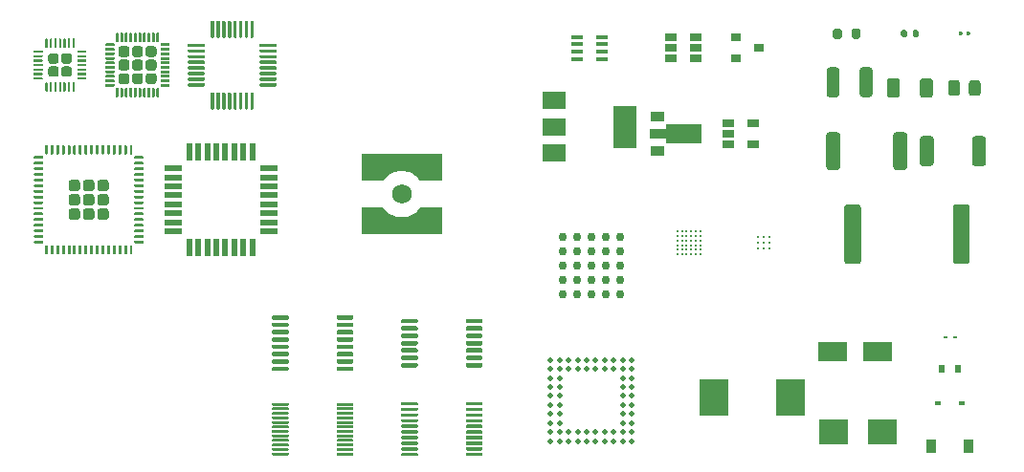
<source format=gbr>
%TF.GenerationSoftware,KiCad,Pcbnew,5.1.8-db9833491~88~ubuntu20.04.1*%
%TF.CreationDate,2020-12-22T00:38:32+08:00*%
%TF.ProjectId,Ingress_BioCard,496e6772-6573-4735-9f42-696f43617264,1.0*%
%TF.SameCoordinates,Original*%
%TF.FileFunction,Paste,Bot*%
%TF.FilePolarity,Positive*%
%FSLAX46Y46*%
G04 Gerber Fmt 4.6, Leading zero omitted, Abs format (unit mm)*
G04 Created by KiCad (PCBNEW 5.1.8-db9833491~88~ubuntu20.04.1) date 2020-12-22 00:38:32*
%MOMM*%
%LPD*%
G01*
G04 APERTURE LIST*
%ADD10C,0.500000*%
%ADD11C,0.200000*%
%ADD12C,0.750000*%
%ADD13C,0.250000*%
%ADD14C,0.100000*%
%ADD15C,1.730000*%
%ADD16R,1.300000X0.900000*%
%ADD17R,2.000000X1.500000*%
%ADD18R,2.000000X3.800000*%
%ADD19R,1.060000X0.400000*%
%ADD20R,1.060000X0.650000*%
%ADD21R,0.900000X0.800000*%
%ADD22R,0.900000X1.200000*%
%ADD23R,0.600000X0.450000*%
%ADD24R,0.600000X0.700000*%
%ADD25R,0.360000X0.250000*%
%ADD26R,2.500000X3.300000*%
%ADD27R,2.500000X2.300000*%
%ADD28R,2.500000X1.800000*%
%ADD29R,0.550000X1.600000*%
%ADD30R,1.600000X0.550000*%
G04 APERTURE END LIST*
%TO.C,4020R*%
G36*
G01*
X147585000Y-108064000D02*
X147585000Y-103264000D01*
G75*
G02*
X147835000Y-103014000I250000J0D01*
G01*
X148810000Y-103014000D01*
G75*
G02*
X149060000Y-103264000I0J-250000D01*
G01*
X149060000Y-108064000D01*
G75*
G02*
X148810000Y-108314000I-250000J0D01*
G01*
X147835000Y-108314000D01*
G75*
G02*
X147585000Y-108064000I0J250000D01*
G01*
G37*
G36*
G01*
X137960000Y-108064000D02*
X137960000Y-103264000D01*
G75*
G02*
X138210000Y-103014000I250000J0D01*
G01*
X139185000Y-103014000D01*
G75*
G02*
X139435000Y-103264000I0J-250000D01*
G01*
X139435000Y-108064000D01*
G75*
G02*
X139185000Y-108314000I-250000J0D01*
G01*
X138210000Y-108314000D01*
G75*
G02*
X137960000Y-108064000I0J250000D01*
G01*
G37*
%TD*%
D10*
%TO.C,BGA64*%
X117570000Y-123196000D03*
X116770000Y-123196000D03*
X119170000Y-117596000D03*
X118370000Y-118396000D03*
X118370000Y-117596000D03*
X118370000Y-116796000D03*
X117570000Y-116796000D03*
X117570000Y-117596000D03*
X119170000Y-116796000D03*
X119170000Y-123996000D03*
X118370000Y-123996000D03*
X117570000Y-123996000D03*
X116770000Y-123996000D03*
X116770000Y-117596000D03*
X115970000Y-117596000D03*
X115190000Y-117606000D03*
X112770000Y-123196000D03*
X113570000Y-123196000D03*
X114370000Y-123196000D03*
X115170000Y-123196000D03*
X119170000Y-123196000D03*
X119170000Y-118396000D03*
X118370000Y-119196000D03*
X116770000Y-116796000D03*
X114370000Y-116796000D03*
X115170000Y-116796000D03*
X115970000Y-116796000D03*
X112770000Y-117596000D03*
X111970000Y-117596000D03*
X112770000Y-119196000D03*
X112770000Y-119996000D03*
X112770000Y-120796000D03*
X112770000Y-121596000D03*
X112770000Y-122396000D03*
X118370000Y-122396000D03*
X119170000Y-122396000D03*
X119170000Y-121596000D03*
X119170000Y-120796000D03*
X118370000Y-120796000D03*
X118370000Y-121596000D03*
X115970000Y-123196000D03*
X118370000Y-123196000D03*
X119170000Y-119196000D03*
X118370000Y-119996000D03*
X119170000Y-119996000D03*
X114370000Y-117596000D03*
X113570000Y-117596000D03*
X113570000Y-116796000D03*
X112770000Y-116796000D03*
X111970000Y-116796000D03*
X112770000Y-118396000D03*
X111970000Y-118396000D03*
X111970000Y-119196000D03*
X111970000Y-119996000D03*
X111970000Y-120796000D03*
X111970000Y-121596000D03*
X111970000Y-122396000D03*
X111970000Y-123196000D03*
X115970000Y-123996000D03*
X115170000Y-123996000D03*
X114370000Y-123996000D03*
X113570000Y-123996000D03*
X112770000Y-123996000D03*
X111970000Y-123996000D03*
%TD*%
D11*
%TO.C,BGA36*%
X125206000Y-105426000D03*
X125206000Y-105826000D03*
X125206000Y-106226000D03*
X125206000Y-106626000D03*
X125206000Y-107026000D03*
X125206000Y-107426000D03*
X124806000Y-105426000D03*
X124806000Y-105826000D03*
X124806000Y-106226000D03*
X124806000Y-106626000D03*
X124806000Y-107026000D03*
X124806000Y-107426000D03*
X124406000Y-105426000D03*
X124406000Y-105826000D03*
X124406000Y-106226000D03*
X124406000Y-106626000D03*
X124406000Y-107026000D03*
X124406000Y-107426000D03*
X124006000Y-105426000D03*
X124006000Y-105826000D03*
X124006000Y-106226000D03*
X124006000Y-106626000D03*
X124006000Y-107026000D03*
X124006000Y-107426000D03*
X123606000Y-105426000D03*
X123606000Y-105826000D03*
X123606000Y-106226000D03*
X123606000Y-106626000D03*
X123606000Y-107026000D03*
X123606000Y-107426000D03*
X123206000Y-105426000D03*
X123206000Y-105826000D03*
X123206000Y-106226000D03*
X123206000Y-106626000D03*
X123206000Y-107026000D03*
X123206000Y-107426000D03*
%TD*%
D12*
%TO.C,BGA25*%
X113030000Y-110998000D03*
X113030000Y-109728000D03*
X113030000Y-108458000D03*
X113030000Y-107188000D03*
X113030000Y-105918000D03*
X114300000Y-110998000D03*
X114300000Y-109728000D03*
X114300000Y-108458000D03*
X114300000Y-107188000D03*
X114300000Y-105918000D03*
X115570000Y-110998000D03*
X115570000Y-109728000D03*
X115570000Y-108458000D03*
X115570000Y-107188000D03*
X115570000Y-105918000D03*
X116840000Y-110998000D03*
X116840000Y-109728000D03*
X116840000Y-108458000D03*
X116840000Y-107188000D03*
X116840000Y-105918000D03*
X118110000Y-110998000D03*
X118110000Y-109728000D03*
X118110000Y-108458000D03*
X118110000Y-107188000D03*
X118110000Y-105918000D03*
%TD*%
D13*
%TO.C,BGA9*%
X131310000Y-106926000D03*
X130810000Y-106926000D03*
X130310000Y-106926000D03*
X131310000Y-106426000D03*
X130810000Y-106426000D03*
X130310000Y-106426000D03*
X131310000Y-105926000D03*
X130810000Y-105926000D03*
X130310000Y-105926000D03*
%TD*%
D14*
%TO.C,SMA Amphenol*%
G36*
X102361000Y-100903000D02*
G01*
X100451000Y-100903000D01*
X100306000Y-100728000D01*
X100166000Y-100588000D01*
X100011000Y-100463000D01*
X99841000Y-100353000D01*
X99666000Y-100258000D01*
X99481000Y-100183000D01*
X99286000Y-100128000D01*
X99086000Y-100088000D01*
X98891000Y-100073000D01*
X98721000Y-100073000D01*
X98526000Y-100088000D01*
X98326000Y-100128000D01*
X98131000Y-100183000D01*
X97946000Y-100258000D01*
X97771000Y-100353000D01*
X97601000Y-100463000D01*
X97446000Y-100588000D01*
X97306000Y-100728000D01*
X97161000Y-100903000D01*
X95251000Y-100903000D01*
X95251000Y-98553000D01*
X102361000Y-98553000D01*
X102361000Y-100903000D01*
G37*
G36*
X95251000Y-103313000D02*
G01*
X97161000Y-103313000D01*
X97306000Y-103488000D01*
X97446000Y-103628000D01*
X97601000Y-103753000D01*
X97771000Y-103863000D01*
X97946000Y-103958000D01*
X98131000Y-104033000D01*
X98326000Y-104088000D01*
X98526000Y-104128000D01*
X98721000Y-104143000D01*
X98891000Y-104143000D01*
X99086000Y-104128000D01*
X99286000Y-104088000D01*
X99481000Y-104033000D01*
X99666000Y-103958000D01*
X99841000Y-103863000D01*
X100011000Y-103753000D01*
X100166000Y-103628000D01*
X100306000Y-103488000D01*
X100451000Y-103313000D01*
X102361000Y-103313000D01*
X102361000Y-105663000D01*
X95251000Y-105663000D01*
X95251000Y-103313000D01*
G37*
D15*
X98806000Y-102108000D03*
%TD*%
D14*
%TO.C,SOT89*%
G36*
X125363000Y-97640500D02*
G01*
X122238000Y-97640500D01*
X122238000Y-97224000D01*
X120763000Y-97224000D01*
X120763000Y-96324000D01*
X122238000Y-96324000D01*
X122238000Y-95907500D01*
X125363000Y-95907500D01*
X125363000Y-97640500D01*
G37*
D16*
X121413000Y-95274000D03*
X121413000Y-98274000D03*
%TD*%
D17*
%TO.C,SOT223*%
X112293000Y-98439000D03*
X112293000Y-93839000D03*
X112293000Y-96139000D03*
D18*
X118593000Y-96139000D03*
%TD*%
D19*
%TO.C,SOT238*%
X116543000Y-90134000D03*
X116543000Y-89484000D03*
X116543000Y-88824000D03*
X116543000Y-88174000D03*
X114343000Y-88174000D03*
X114343000Y-88824000D03*
X114343000Y-89484000D03*
X114343000Y-90134000D03*
%TD*%
D20*
%TO.C,SOT236*%
X124798000Y-89154000D03*
X124798000Y-90104000D03*
X124798000Y-88204000D03*
X122598000Y-88204000D03*
X122598000Y-89154000D03*
X122598000Y-90104000D03*
%TD*%
%TO.C,SOT235*%
X129878000Y-97724000D03*
X129878000Y-95824000D03*
X127678000Y-95824000D03*
X127678000Y-96774000D03*
X127678000Y-97724000D03*
%TD*%
D21*
%TO.C,SOT23*%
X130413000Y-89154000D03*
X128413000Y-88204000D03*
X128413000Y-90104000D03*
%TD*%
%TO.C,TSSOP24*%
G36*
G01*
X93057000Y-125198500D02*
X93057000Y-125073500D01*
G75*
G02*
X93119500Y-125011000I62500J0D01*
G01*
X94469500Y-125011000D01*
G75*
G02*
X94532000Y-125073500I0J-62500D01*
G01*
X94532000Y-125198500D01*
G75*
G02*
X94469500Y-125261000I-62500J0D01*
G01*
X93119500Y-125261000D01*
G75*
G02*
X93057000Y-125198500I0J62500D01*
G01*
G37*
G36*
G01*
X93057000Y-124798500D02*
X93057000Y-124673500D01*
G75*
G02*
X93119500Y-124611000I62500J0D01*
G01*
X94469500Y-124611000D01*
G75*
G02*
X94532000Y-124673500I0J-62500D01*
G01*
X94532000Y-124798500D01*
G75*
G02*
X94469500Y-124861000I-62500J0D01*
G01*
X93119500Y-124861000D01*
G75*
G02*
X93057000Y-124798500I0J62500D01*
G01*
G37*
G36*
G01*
X93057000Y-124398500D02*
X93057000Y-124273500D01*
G75*
G02*
X93119500Y-124211000I62500J0D01*
G01*
X94469500Y-124211000D01*
G75*
G02*
X94532000Y-124273500I0J-62500D01*
G01*
X94532000Y-124398500D01*
G75*
G02*
X94469500Y-124461000I-62500J0D01*
G01*
X93119500Y-124461000D01*
G75*
G02*
X93057000Y-124398500I0J62500D01*
G01*
G37*
G36*
G01*
X93057000Y-123998500D02*
X93057000Y-123873500D01*
G75*
G02*
X93119500Y-123811000I62500J0D01*
G01*
X94469500Y-123811000D01*
G75*
G02*
X94532000Y-123873500I0J-62500D01*
G01*
X94532000Y-123998500D01*
G75*
G02*
X94469500Y-124061000I-62500J0D01*
G01*
X93119500Y-124061000D01*
G75*
G02*
X93057000Y-123998500I0J62500D01*
G01*
G37*
G36*
G01*
X93057000Y-123598500D02*
X93057000Y-123473500D01*
G75*
G02*
X93119500Y-123411000I62500J0D01*
G01*
X94469500Y-123411000D01*
G75*
G02*
X94532000Y-123473500I0J-62500D01*
G01*
X94532000Y-123598500D01*
G75*
G02*
X94469500Y-123661000I-62500J0D01*
G01*
X93119500Y-123661000D01*
G75*
G02*
X93057000Y-123598500I0J62500D01*
G01*
G37*
G36*
G01*
X93057000Y-123198500D02*
X93057000Y-123073500D01*
G75*
G02*
X93119500Y-123011000I62500J0D01*
G01*
X94469500Y-123011000D01*
G75*
G02*
X94532000Y-123073500I0J-62500D01*
G01*
X94532000Y-123198500D01*
G75*
G02*
X94469500Y-123261000I-62500J0D01*
G01*
X93119500Y-123261000D01*
G75*
G02*
X93057000Y-123198500I0J62500D01*
G01*
G37*
G36*
G01*
X93057000Y-122798500D02*
X93057000Y-122673500D01*
G75*
G02*
X93119500Y-122611000I62500J0D01*
G01*
X94469500Y-122611000D01*
G75*
G02*
X94532000Y-122673500I0J-62500D01*
G01*
X94532000Y-122798500D01*
G75*
G02*
X94469500Y-122861000I-62500J0D01*
G01*
X93119500Y-122861000D01*
G75*
G02*
X93057000Y-122798500I0J62500D01*
G01*
G37*
G36*
G01*
X93057000Y-122398500D02*
X93057000Y-122273500D01*
G75*
G02*
X93119500Y-122211000I62500J0D01*
G01*
X94469500Y-122211000D01*
G75*
G02*
X94532000Y-122273500I0J-62500D01*
G01*
X94532000Y-122398500D01*
G75*
G02*
X94469500Y-122461000I-62500J0D01*
G01*
X93119500Y-122461000D01*
G75*
G02*
X93057000Y-122398500I0J62500D01*
G01*
G37*
G36*
G01*
X93057000Y-121998500D02*
X93057000Y-121873500D01*
G75*
G02*
X93119500Y-121811000I62500J0D01*
G01*
X94469500Y-121811000D01*
G75*
G02*
X94532000Y-121873500I0J-62500D01*
G01*
X94532000Y-121998500D01*
G75*
G02*
X94469500Y-122061000I-62500J0D01*
G01*
X93119500Y-122061000D01*
G75*
G02*
X93057000Y-121998500I0J62500D01*
G01*
G37*
G36*
G01*
X93057000Y-121598500D02*
X93057000Y-121473500D01*
G75*
G02*
X93119500Y-121411000I62500J0D01*
G01*
X94469500Y-121411000D01*
G75*
G02*
X94532000Y-121473500I0J-62500D01*
G01*
X94532000Y-121598500D01*
G75*
G02*
X94469500Y-121661000I-62500J0D01*
G01*
X93119500Y-121661000D01*
G75*
G02*
X93057000Y-121598500I0J62500D01*
G01*
G37*
G36*
G01*
X93057000Y-121198500D02*
X93057000Y-121073500D01*
G75*
G02*
X93119500Y-121011000I62500J0D01*
G01*
X94469500Y-121011000D01*
G75*
G02*
X94532000Y-121073500I0J-62500D01*
G01*
X94532000Y-121198500D01*
G75*
G02*
X94469500Y-121261000I-62500J0D01*
G01*
X93119500Y-121261000D01*
G75*
G02*
X93057000Y-121198500I0J62500D01*
G01*
G37*
G36*
G01*
X93057000Y-120798500D02*
X93057000Y-120673500D01*
G75*
G02*
X93119500Y-120611000I62500J0D01*
G01*
X94469500Y-120611000D01*
G75*
G02*
X94532000Y-120673500I0J-62500D01*
G01*
X94532000Y-120798500D01*
G75*
G02*
X94469500Y-120861000I-62500J0D01*
G01*
X93119500Y-120861000D01*
G75*
G02*
X93057000Y-120798500I0J62500D01*
G01*
G37*
G36*
G01*
X87332000Y-120798500D02*
X87332000Y-120673500D01*
G75*
G02*
X87394500Y-120611000I62500J0D01*
G01*
X88744500Y-120611000D01*
G75*
G02*
X88807000Y-120673500I0J-62500D01*
G01*
X88807000Y-120798500D01*
G75*
G02*
X88744500Y-120861000I-62500J0D01*
G01*
X87394500Y-120861000D01*
G75*
G02*
X87332000Y-120798500I0J62500D01*
G01*
G37*
G36*
G01*
X87332000Y-121198500D02*
X87332000Y-121073500D01*
G75*
G02*
X87394500Y-121011000I62500J0D01*
G01*
X88744500Y-121011000D01*
G75*
G02*
X88807000Y-121073500I0J-62500D01*
G01*
X88807000Y-121198500D01*
G75*
G02*
X88744500Y-121261000I-62500J0D01*
G01*
X87394500Y-121261000D01*
G75*
G02*
X87332000Y-121198500I0J62500D01*
G01*
G37*
G36*
G01*
X87332000Y-121598500D02*
X87332000Y-121473500D01*
G75*
G02*
X87394500Y-121411000I62500J0D01*
G01*
X88744500Y-121411000D01*
G75*
G02*
X88807000Y-121473500I0J-62500D01*
G01*
X88807000Y-121598500D01*
G75*
G02*
X88744500Y-121661000I-62500J0D01*
G01*
X87394500Y-121661000D01*
G75*
G02*
X87332000Y-121598500I0J62500D01*
G01*
G37*
G36*
G01*
X87332000Y-121998500D02*
X87332000Y-121873500D01*
G75*
G02*
X87394500Y-121811000I62500J0D01*
G01*
X88744500Y-121811000D01*
G75*
G02*
X88807000Y-121873500I0J-62500D01*
G01*
X88807000Y-121998500D01*
G75*
G02*
X88744500Y-122061000I-62500J0D01*
G01*
X87394500Y-122061000D01*
G75*
G02*
X87332000Y-121998500I0J62500D01*
G01*
G37*
G36*
G01*
X87332000Y-122398500D02*
X87332000Y-122273500D01*
G75*
G02*
X87394500Y-122211000I62500J0D01*
G01*
X88744500Y-122211000D01*
G75*
G02*
X88807000Y-122273500I0J-62500D01*
G01*
X88807000Y-122398500D01*
G75*
G02*
X88744500Y-122461000I-62500J0D01*
G01*
X87394500Y-122461000D01*
G75*
G02*
X87332000Y-122398500I0J62500D01*
G01*
G37*
G36*
G01*
X87332000Y-122798500D02*
X87332000Y-122673500D01*
G75*
G02*
X87394500Y-122611000I62500J0D01*
G01*
X88744500Y-122611000D01*
G75*
G02*
X88807000Y-122673500I0J-62500D01*
G01*
X88807000Y-122798500D01*
G75*
G02*
X88744500Y-122861000I-62500J0D01*
G01*
X87394500Y-122861000D01*
G75*
G02*
X87332000Y-122798500I0J62500D01*
G01*
G37*
G36*
G01*
X87332000Y-123198500D02*
X87332000Y-123073500D01*
G75*
G02*
X87394500Y-123011000I62500J0D01*
G01*
X88744500Y-123011000D01*
G75*
G02*
X88807000Y-123073500I0J-62500D01*
G01*
X88807000Y-123198500D01*
G75*
G02*
X88744500Y-123261000I-62500J0D01*
G01*
X87394500Y-123261000D01*
G75*
G02*
X87332000Y-123198500I0J62500D01*
G01*
G37*
G36*
G01*
X87332000Y-123598500D02*
X87332000Y-123473500D01*
G75*
G02*
X87394500Y-123411000I62500J0D01*
G01*
X88744500Y-123411000D01*
G75*
G02*
X88807000Y-123473500I0J-62500D01*
G01*
X88807000Y-123598500D01*
G75*
G02*
X88744500Y-123661000I-62500J0D01*
G01*
X87394500Y-123661000D01*
G75*
G02*
X87332000Y-123598500I0J62500D01*
G01*
G37*
G36*
G01*
X87332000Y-123998500D02*
X87332000Y-123873500D01*
G75*
G02*
X87394500Y-123811000I62500J0D01*
G01*
X88744500Y-123811000D01*
G75*
G02*
X88807000Y-123873500I0J-62500D01*
G01*
X88807000Y-123998500D01*
G75*
G02*
X88744500Y-124061000I-62500J0D01*
G01*
X87394500Y-124061000D01*
G75*
G02*
X87332000Y-123998500I0J62500D01*
G01*
G37*
G36*
G01*
X87332000Y-124398500D02*
X87332000Y-124273500D01*
G75*
G02*
X87394500Y-124211000I62500J0D01*
G01*
X88744500Y-124211000D01*
G75*
G02*
X88807000Y-124273500I0J-62500D01*
G01*
X88807000Y-124398500D01*
G75*
G02*
X88744500Y-124461000I-62500J0D01*
G01*
X87394500Y-124461000D01*
G75*
G02*
X87332000Y-124398500I0J62500D01*
G01*
G37*
G36*
G01*
X87332000Y-124798500D02*
X87332000Y-124673500D01*
G75*
G02*
X87394500Y-124611000I62500J0D01*
G01*
X88744500Y-124611000D01*
G75*
G02*
X88807000Y-124673500I0J-62500D01*
G01*
X88807000Y-124798500D01*
G75*
G02*
X88744500Y-124861000I-62500J0D01*
G01*
X87394500Y-124861000D01*
G75*
G02*
X87332000Y-124798500I0J62500D01*
G01*
G37*
G36*
G01*
X87332000Y-125198500D02*
X87332000Y-125073500D01*
G75*
G02*
X87394500Y-125011000I62500J0D01*
G01*
X88744500Y-125011000D01*
G75*
G02*
X88807000Y-125073500I0J-62500D01*
G01*
X88807000Y-125198500D01*
G75*
G02*
X88744500Y-125261000I-62500J0D01*
G01*
X87394500Y-125261000D01*
G75*
G02*
X87332000Y-125198500I0J62500D01*
G01*
G37*
%TD*%
%TO.C,TSSOP20*%
G36*
G01*
X104487000Y-125261000D02*
X104487000Y-125111000D01*
G75*
G02*
X104562000Y-125036000I75000J0D01*
G01*
X105887000Y-125036000D01*
G75*
G02*
X105962000Y-125111000I0J-75000D01*
G01*
X105962000Y-125261000D01*
G75*
G02*
X105887000Y-125336000I-75000J0D01*
G01*
X104562000Y-125336000D01*
G75*
G02*
X104487000Y-125261000I0J75000D01*
G01*
G37*
G36*
G01*
X104487000Y-124761000D02*
X104487000Y-124611000D01*
G75*
G02*
X104562000Y-124536000I75000J0D01*
G01*
X105887000Y-124536000D01*
G75*
G02*
X105962000Y-124611000I0J-75000D01*
G01*
X105962000Y-124761000D01*
G75*
G02*
X105887000Y-124836000I-75000J0D01*
G01*
X104562000Y-124836000D01*
G75*
G02*
X104487000Y-124761000I0J75000D01*
G01*
G37*
G36*
G01*
X104487000Y-124261000D02*
X104487000Y-124111000D01*
G75*
G02*
X104562000Y-124036000I75000J0D01*
G01*
X105887000Y-124036000D01*
G75*
G02*
X105962000Y-124111000I0J-75000D01*
G01*
X105962000Y-124261000D01*
G75*
G02*
X105887000Y-124336000I-75000J0D01*
G01*
X104562000Y-124336000D01*
G75*
G02*
X104487000Y-124261000I0J75000D01*
G01*
G37*
G36*
G01*
X104487000Y-123761000D02*
X104487000Y-123611000D01*
G75*
G02*
X104562000Y-123536000I75000J0D01*
G01*
X105887000Y-123536000D01*
G75*
G02*
X105962000Y-123611000I0J-75000D01*
G01*
X105962000Y-123761000D01*
G75*
G02*
X105887000Y-123836000I-75000J0D01*
G01*
X104562000Y-123836000D01*
G75*
G02*
X104487000Y-123761000I0J75000D01*
G01*
G37*
G36*
G01*
X104487000Y-123261000D02*
X104487000Y-123111000D01*
G75*
G02*
X104562000Y-123036000I75000J0D01*
G01*
X105887000Y-123036000D01*
G75*
G02*
X105962000Y-123111000I0J-75000D01*
G01*
X105962000Y-123261000D01*
G75*
G02*
X105887000Y-123336000I-75000J0D01*
G01*
X104562000Y-123336000D01*
G75*
G02*
X104487000Y-123261000I0J75000D01*
G01*
G37*
G36*
G01*
X104487000Y-122761000D02*
X104487000Y-122611000D01*
G75*
G02*
X104562000Y-122536000I75000J0D01*
G01*
X105887000Y-122536000D01*
G75*
G02*
X105962000Y-122611000I0J-75000D01*
G01*
X105962000Y-122761000D01*
G75*
G02*
X105887000Y-122836000I-75000J0D01*
G01*
X104562000Y-122836000D01*
G75*
G02*
X104487000Y-122761000I0J75000D01*
G01*
G37*
G36*
G01*
X104487000Y-122261000D02*
X104487000Y-122111000D01*
G75*
G02*
X104562000Y-122036000I75000J0D01*
G01*
X105887000Y-122036000D01*
G75*
G02*
X105962000Y-122111000I0J-75000D01*
G01*
X105962000Y-122261000D01*
G75*
G02*
X105887000Y-122336000I-75000J0D01*
G01*
X104562000Y-122336000D01*
G75*
G02*
X104487000Y-122261000I0J75000D01*
G01*
G37*
G36*
G01*
X104487000Y-121761000D02*
X104487000Y-121611000D01*
G75*
G02*
X104562000Y-121536000I75000J0D01*
G01*
X105887000Y-121536000D01*
G75*
G02*
X105962000Y-121611000I0J-75000D01*
G01*
X105962000Y-121761000D01*
G75*
G02*
X105887000Y-121836000I-75000J0D01*
G01*
X104562000Y-121836000D01*
G75*
G02*
X104487000Y-121761000I0J75000D01*
G01*
G37*
G36*
G01*
X104487000Y-121261000D02*
X104487000Y-121111000D01*
G75*
G02*
X104562000Y-121036000I75000J0D01*
G01*
X105887000Y-121036000D01*
G75*
G02*
X105962000Y-121111000I0J-75000D01*
G01*
X105962000Y-121261000D01*
G75*
G02*
X105887000Y-121336000I-75000J0D01*
G01*
X104562000Y-121336000D01*
G75*
G02*
X104487000Y-121261000I0J75000D01*
G01*
G37*
G36*
G01*
X104487000Y-120761000D02*
X104487000Y-120611000D01*
G75*
G02*
X104562000Y-120536000I75000J0D01*
G01*
X105887000Y-120536000D01*
G75*
G02*
X105962000Y-120611000I0J-75000D01*
G01*
X105962000Y-120761000D01*
G75*
G02*
X105887000Y-120836000I-75000J0D01*
G01*
X104562000Y-120836000D01*
G75*
G02*
X104487000Y-120761000I0J75000D01*
G01*
G37*
G36*
G01*
X98762000Y-120761000D02*
X98762000Y-120611000D01*
G75*
G02*
X98837000Y-120536000I75000J0D01*
G01*
X100162000Y-120536000D01*
G75*
G02*
X100237000Y-120611000I0J-75000D01*
G01*
X100237000Y-120761000D01*
G75*
G02*
X100162000Y-120836000I-75000J0D01*
G01*
X98837000Y-120836000D01*
G75*
G02*
X98762000Y-120761000I0J75000D01*
G01*
G37*
G36*
G01*
X98762000Y-121261000D02*
X98762000Y-121111000D01*
G75*
G02*
X98837000Y-121036000I75000J0D01*
G01*
X100162000Y-121036000D01*
G75*
G02*
X100237000Y-121111000I0J-75000D01*
G01*
X100237000Y-121261000D01*
G75*
G02*
X100162000Y-121336000I-75000J0D01*
G01*
X98837000Y-121336000D01*
G75*
G02*
X98762000Y-121261000I0J75000D01*
G01*
G37*
G36*
G01*
X98762000Y-121761000D02*
X98762000Y-121611000D01*
G75*
G02*
X98837000Y-121536000I75000J0D01*
G01*
X100162000Y-121536000D01*
G75*
G02*
X100237000Y-121611000I0J-75000D01*
G01*
X100237000Y-121761000D01*
G75*
G02*
X100162000Y-121836000I-75000J0D01*
G01*
X98837000Y-121836000D01*
G75*
G02*
X98762000Y-121761000I0J75000D01*
G01*
G37*
G36*
G01*
X98762000Y-122261000D02*
X98762000Y-122111000D01*
G75*
G02*
X98837000Y-122036000I75000J0D01*
G01*
X100162000Y-122036000D01*
G75*
G02*
X100237000Y-122111000I0J-75000D01*
G01*
X100237000Y-122261000D01*
G75*
G02*
X100162000Y-122336000I-75000J0D01*
G01*
X98837000Y-122336000D01*
G75*
G02*
X98762000Y-122261000I0J75000D01*
G01*
G37*
G36*
G01*
X98762000Y-122761000D02*
X98762000Y-122611000D01*
G75*
G02*
X98837000Y-122536000I75000J0D01*
G01*
X100162000Y-122536000D01*
G75*
G02*
X100237000Y-122611000I0J-75000D01*
G01*
X100237000Y-122761000D01*
G75*
G02*
X100162000Y-122836000I-75000J0D01*
G01*
X98837000Y-122836000D01*
G75*
G02*
X98762000Y-122761000I0J75000D01*
G01*
G37*
G36*
G01*
X98762000Y-123261000D02*
X98762000Y-123111000D01*
G75*
G02*
X98837000Y-123036000I75000J0D01*
G01*
X100162000Y-123036000D01*
G75*
G02*
X100237000Y-123111000I0J-75000D01*
G01*
X100237000Y-123261000D01*
G75*
G02*
X100162000Y-123336000I-75000J0D01*
G01*
X98837000Y-123336000D01*
G75*
G02*
X98762000Y-123261000I0J75000D01*
G01*
G37*
G36*
G01*
X98762000Y-123761000D02*
X98762000Y-123611000D01*
G75*
G02*
X98837000Y-123536000I75000J0D01*
G01*
X100162000Y-123536000D01*
G75*
G02*
X100237000Y-123611000I0J-75000D01*
G01*
X100237000Y-123761000D01*
G75*
G02*
X100162000Y-123836000I-75000J0D01*
G01*
X98837000Y-123836000D01*
G75*
G02*
X98762000Y-123761000I0J75000D01*
G01*
G37*
G36*
G01*
X98762000Y-124261000D02*
X98762000Y-124111000D01*
G75*
G02*
X98837000Y-124036000I75000J0D01*
G01*
X100162000Y-124036000D01*
G75*
G02*
X100237000Y-124111000I0J-75000D01*
G01*
X100237000Y-124261000D01*
G75*
G02*
X100162000Y-124336000I-75000J0D01*
G01*
X98837000Y-124336000D01*
G75*
G02*
X98762000Y-124261000I0J75000D01*
G01*
G37*
G36*
G01*
X98762000Y-124761000D02*
X98762000Y-124611000D01*
G75*
G02*
X98837000Y-124536000I75000J0D01*
G01*
X100162000Y-124536000D01*
G75*
G02*
X100237000Y-124611000I0J-75000D01*
G01*
X100237000Y-124761000D01*
G75*
G02*
X100162000Y-124836000I-75000J0D01*
G01*
X98837000Y-124836000D01*
G75*
G02*
X98762000Y-124761000I0J75000D01*
G01*
G37*
G36*
G01*
X98762000Y-125261000D02*
X98762000Y-125111000D01*
G75*
G02*
X98837000Y-125036000I75000J0D01*
G01*
X100162000Y-125036000D01*
G75*
G02*
X100237000Y-125111000I0J-75000D01*
G01*
X100237000Y-125261000D01*
G75*
G02*
X100162000Y-125336000I-75000J0D01*
G01*
X98837000Y-125336000D01*
G75*
G02*
X98762000Y-125261000I0J75000D01*
G01*
G37*
%TD*%
%TO.C,TSSOP16*%
G36*
G01*
X93057000Y-117691000D02*
X93057000Y-117491000D01*
G75*
G02*
X93157000Y-117391000I100000J0D01*
G01*
X94432000Y-117391000D01*
G75*
G02*
X94532000Y-117491000I0J-100000D01*
G01*
X94532000Y-117691000D01*
G75*
G02*
X94432000Y-117791000I-100000J0D01*
G01*
X93157000Y-117791000D01*
G75*
G02*
X93057000Y-117691000I0J100000D01*
G01*
G37*
G36*
G01*
X93057000Y-117041000D02*
X93057000Y-116841000D01*
G75*
G02*
X93157000Y-116741000I100000J0D01*
G01*
X94432000Y-116741000D01*
G75*
G02*
X94532000Y-116841000I0J-100000D01*
G01*
X94532000Y-117041000D01*
G75*
G02*
X94432000Y-117141000I-100000J0D01*
G01*
X93157000Y-117141000D01*
G75*
G02*
X93057000Y-117041000I0J100000D01*
G01*
G37*
G36*
G01*
X93057000Y-116391000D02*
X93057000Y-116191000D01*
G75*
G02*
X93157000Y-116091000I100000J0D01*
G01*
X94432000Y-116091000D01*
G75*
G02*
X94532000Y-116191000I0J-100000D01*
G01*
X94532000Y-116391000D01*
G75*
G02*
X94432000Y-116491000I-100000J0D01*
G01*
X93157000Y-116491000D01*
G75*
G02*
X93057000Y-116391000I0J100000D01*
G01*
G37*
G36*
G01*
X93057000Y-115741000D02*
X93057000Y-115541000D01*
G75*
G02*
X93157000Y-115441000I100000J0D01*
G01*
X94432000Y-115441000D01*
G75*
G02*
X94532000Y-115541000I0J-100000D01*
G01*
X94532000Y-115741000D01*
G75*
G02*
X94432000Y-115841000I-100000J0D01*
G01*
X93157000Y-115841000D01*
G75*
G02*
X93057000Y-115741000I0J100000D01*
G01*
G37*
G36*
G01*
X93057000Y-115091000D02*
X93057000Y-114891000D01*
G75*
G02*
X93157000Y-114791000I100000J0D01*
G01*
X94432000Y-114791000D01*
G75*
G02*
X94532000Y-114891000I0J-100000D01*
G01*
X94532000Y-115091000D01*
G75*
G02*
X94432000Y-115191000I-100000J0D01*
G01*
X93157000Y-115191000D01*
G75*
G02*
X93057000Y-115091000I0J100000D01*
G01*
G37*
G36*
G01*
X93057000Y-114441000D02*
X93057000Y-114241000D01*
G75*
G02*
X93157000Y-114141000I100000J0D01*
G01*
X94432000Y-114141000D01*
G75*
G02*
X94532000Y-114241000I0J-100000D01*
G01*
X94532000Y-114441000D01*
G75*
G02*
X94432000Y-114541000I-100000J0D01*
G01*
X93157000Y-114541000D01*
G75*
G02*
X93057000Y-114441000I0J100000D01*
G01*
G37*
G36*
G01*
X93057000Y-113791000D02*
X93057000Y-113591000D01*
G75*
G02*
X93157000Y-113491000I100000J0D01*
G01*
X94432000Y-113491000D01*
G75*
G02*
X94532000Y-113591000I0J-100000D01*
G01*
X94532000Y-113791000D01*
G75*
G02*
X94432000Y-113891000I-100000J0D01*
G01*
X93157000Y-113891000D01*
G75*
G02*
X93057000Y-113791000I0J100000D01*
G01*
G37*
G36*
G01*
X93057000Y-113141000D02*
X93057000Y-112941000D01*
G75*
G02*
X93157000Y-112841000I100000J0D01*
G01*
X94432000Y-112841000D01*
G75*
G02*
X94532000Y-112941000I0J-100000D01*
G01*
X94532000Y-113141000D01*
G75*
G02*
X94432000Y-113241000I-100000J0D01*
G01*
X93157000Y-113241000D01*
G75*
G02*
X93057000Y-113141000I0J100000D01*
G01*
G37*
G36*
G01*
X87332000Y-113141000D02*
X87332000Y-112941000D01*
G75*
G02*
X87432000Y-112841000I100000J0D01*
G01*
X88707000Y-112841000D01*
G75*
G02*
X88807000Y-112941000I0J-100000D01*
G01*
X88807000Y-113141000D01*
G75*
G02*
X88707000Y-113241000I-100000J0D01*
G01*
X87432000Y-113241000D01*
G75*
G02*
X87332000Y-113141000I0J100000D01*
G01*
G37*
G36*
G01*
X87332000Y-113791000D02*
X87332000Y-113591000D01*
G75*
G02*
X87432000Y-113491000I100000J0D01*
G01*
X88707000Y-113491000D01*
G75*
G02*
X88807000Y-113591000I0J-100000D01*
G01*
X88807000Y-113791000D01*
G75*
G02*
X88707000Y-113891000I-100000J0D01*
G01*
X87432000Y-113891000D01*
G75*
G02*
X87332000Y-113791000I0J100000D01*
G01*
G37*
G36*
G01*
X87332000Y-114441000D02*
X87332000Y-114241000D01*
G75*
G02*
X87432000Y-114141000I100000J0D01*
G01*
X88707000Y-114141000D01*
G75*
G02*
X88807000Y-114241000I0J-100000D01*
G01*
X88807000Y-114441000D01*
G75*
G02*
X88707000Y-114541000I-100000J0D01*
G01*
X87432000Y-114541000D01*
G75*
G02*
X87332000Y-114441000I0J100000D01*
G01*
G37*
G36*
G01*
X87332000Y-115091000D02*
X87332000Y-114891000D01*
G75*
G02*
X87432000Y-114791000I100000J0D01*
G01*
X88707000Y-114791000D01*
G75*
G02*
X88807000Y-114891000I0J-100000D01*
G01*
X88807000Y-115091000D01*
G75*
G02*
X88707000Y-115191000I-100000J0D01*
G01*
X87432000Y-115191000D01*
G75*
G02*
X87332000Y-115091000I0J100000D01*
G01*
G37*
G36*
G01*
X87332000Y-115741000D02*
X87332000Y-115541000D01*
G75*
G02*
X87432000Y-115441000I100000J0D01*
G01*
X88707000Y-115441000D01*
G75*
G02*
X88807000Y-115541000I0J-100000D01*
G01*
X88807000Y-115741000D01*
G75*
G02*
X88707000Y-115841000I-100000J0D01*
G01*
X87432000Y-115841000D01*
G75*
G02*
X87332000Y-115741000I0J100000D01*
G01*
G37*
G36*
G01*
X87332000Y-116391000D02*
X87332000Y-116191000D01*
G75*
G02*
X87432000Y-116091000I100000J0D01*
G01*
X88707000Y-116091000D01*
G75*
G02*
X88807000Y-116191000I0J-100000D01*
G01*
X88807000Y-116391000D01*
G75*
G02*
X88707000Y-116491000I-100000J0D01*
G01*
X87432000Y-116491000D01*
G75*
G02*
X87332000Y-116391000I0J100000D01*
G01*
G37*
G36*
G01*
X87332000Y-117041000D02*
X87332000Y-116841000D01*
G75*
G02*
X87432000Y-116741000I100000J0D01*
G01*
X88707000Y-116741000D01*
G75*
G02*
X88807000Y-116841000I0J-100000D01*
G01*
X88807000Y-117041000D01*
G75*
G02*
X88707000Y-117141000I-100000J0D01*
G01*
X87432000Y-117141000D01*
G75*
G02*
X87332000Y-117041000I0J100000D01*
G01*
G37*
G36*
G01*
X87332000Y-117691000D02*
X87332000Y-117491000D01*
G75*
G02*
X87432000Y-117391000I100000J0D01*
G01*
X88707000Y-117391000D01*
G75*
G02*
X88807000Y-117491000I0J-100000D01*
G01*
X88807000Y-117691000D01*
G75*
G02*
X88707000Y-117791000I-100000J0D01*
G01*
X87432000Y-117791000D01*
G75*
G02*
X87332000Y-117691000I0J100000D01*
G01*
G37*
%TD*%
%TO.C,TSSOP14*%
G36*
G01*
X104487000Y-117366000D02*
X104487000Y-117166000D01*
G75*
G02*
X104587000Y-117066000I100000J0D01*
G01*
X105862000Y-117066000D01*
G75*
G02*
X105962000Y-117166000I0J-100000D01*
G01*
X105962000Y-117366000D01*
G75*
G02*
X105862000Y-117466000I-100000J0D01*
G01*
X104587000Y-117466000D01*
G75*
G02*
X104487000Y-117366000I0J100000D01*
G01*
G37*
G36*
G01*
X104487000Y-116716000D02*
X104487000Y-116516000D01*
G75*
G02*
X104587000Y-116416000I100000J0D01*
G01*
X105862000Y-116416000D01*
G75*
G02*
X105962000Y-116516000I0J-100000D01*
G01*
X105962000Y-116716000D01*
G75*
G02*
X105862000Y-116816000I-100000J0D01*
G01*
X104587000Y-116816000D01*
G75*
G02*
X104487000Y-116716000I0J100000D01*
G01*
G37*
G36*
G01*
X104487000Y-116066000D02*
X104487000Y-115866000D01*
G75*
G02*
X104587000Y-115766000I100000J0D01*
G01*
X105862000Y-115766000D01*
G75*
G02*
X105962000Y-115866000I0J-100000D01*
G01*
X105962000Y-116066000D01*
G75*
G02*
X105862000Y-116166000I-100000J0D01*
G01*
X104587000Y-116166000D01*
G75*
G02*
X104487000Y-116066000I0J100000D01*
G01*
G37*
G36*
G01*
X104487000Y-115416000D02*
X104487000Y-115216000D01*
G75*
G02*
X104587000Y-115116000I100000J0D01*
G01*
X105862000Y-115116000D01*
G75*
G02*
X105962000Y-115216000I0J-100000D01*
G01*
X105962000Y-115416000D01*
G75*
G02*
X105862000Y-115516000I-100000J0D01*
G01*
X104587000Y-115516000D01*
G75*
G02*
X104487000Y-115416000I0J100000D01*
G01*
G37*
G36*
G01*
X104487000Y-114766000D02*
X104487000Y-114566000D01*
G75*
G02*
X104587000Y-114466000I100000J0D01*
G01*
X105862000Y-114466000D01*
G75*
G02*
X105962000Y-114566000I0J-100000D01*
G01*
X105962000Y-114766000D01*
G75*
G02*
X105862000Y-114866000I-100000J0D01*
G01*
X104587000Y-114866000D01*
G75*
G02*
X104487000Y-114766000I0J100000D01*
G01*
G37*
G36*
G01*
X104487000Y-114116000D02*
X104487000Y-113916000D01*
G75*
G02*
X104587000Y-113816000I100000J0D01*
G01*
X105862000Y-113816000D01*
G75*
G02*
X105962000Y-113916000I0J-100000D01*
G01*
X105962000Y-114116000D01*
G75*
G02*
X105862000Y-114216000I-100000J0D01*
G01*
X104587000Y-114216000D01*
G75*
G02*
X104487000Y-114116000I0J100000D01*
G01*
G37*
G36*
G01*
X104487000Y-113466000D02*
X104487000Y-113266000D01*
G75*
G02*
X104587000Y-113166000I100000J0D01*
G01*
X105862000Y-113166000D01*
G75*
G02*
X105962000Y-113266000I0J-100000D01*
G01*
X105962000Y-113466000D01*
G75*
G02*
X105862000Y-113566000I-100000J0D01*
G01*
X104587000Y-113566000D01*
G75*
G02*
X104487000Y-113466000I0J100000D01*
G01*
G37*
G36*
G01*
X98762000Y-113466000D02*
X98762000Y-113266000D01*
G75*
G02*
X98862000Y-113166000I100000J0D01*
G01*
X100137000Y-113166000D01*
G75*
G02*
X100237000Y-113266000I0J-100000D01*
G01*
X100237000Y-113466000D01*
G75*
G02*
X100137000Y-113566000I-100000J0D01*
G01*
X98862000Y-113566000D01*
G75*
G02*
X98762000Y-113466000I0J100000D01*
G01*
G37*
G36*
G01*
X98762000Y-114116000D02*
X98762000Y-113916000D01*
G75*
G02*
X98862000Y-113816000I100000J0D01*
G01*
X100137000Y-113816000D01*
G75*
G02*
X100237000Y-113916000I0J-100000D01*
G01*
X100237000Y-114116000D01*
G75*
G02*
X100137000Y-114216000I-100000J0D01*
G01*
X98862000Y-114216000D01*
G75*
G02*
X98762000Y-114116000I0J100000D01*
G01*
G37*
G36*
G01*
X98762000Y-114766000D02*
X98762000Y-114566000D01*
G75*
G02*
X98862000Y-114466000I100000J0D01*
G01*
X100137000Y-114466000D01*
G75*
G02*
X100237000Y-114566000I0J-100000D01*
G01*
X100237000Y-114766000D01*
G75*
G02*
X100137000Y-114866000I-100000J0D01*
G01*
X98862000Y-114866000D01*
G75*
G02*
X98762000Y-114766000I0J100000D01*
G01*
G37*
G36*
G01*
X98762000Y-115416000D02*
X98762000Y-115216000D01*
G75*
G02*
X98862000Y-115116000I100000J0D01*
G01*
X100137000Y-115116000D01*
G75*
G02*
X100237000Y-115216000I0J-100000D01*
G01*
X100237000Y-115416000D01*
G75*
G02*
X100137000Y-115516000I-100000J0D01*
G01*
X98862000Y-115516000D01*
G75*
G02*
X98762000Y-115416000I0J100000D01*
G01*
G37*
G36*
G01*
X98762000Y-116066000D02*
X98762000Y-115866000D01*
G75*
G02*
X98862000Y-115766000I100000J0D01*
G01*
X100137000Y-115766000D01*
G75*
G02*
X100237000Y-115866000I0J-100000D01*
G01*
X100237000Y-116066000D01*
G75*
G02*
X100137000Y-116166000I-100000J0D01*
G01*
X98862000Y-116166000D01*
G75*
G02*
X98762000Y-116066000I0J100000D01*
G01*
G37*
G36*
G01*
X98762000Y-116716000D02*
X98762000Y-116516000D01*
G75*
G02*
X98862000Y-116416000I100000J0D01*
G01*
X100137000Y-116416000D01*
G75*
G02*
X100237000Y-116516000I0J-100000D01*
G01*
X100237000Y-116716000D01*
G75*
G02*
X100137000Y-116816000I-100000J0D01*
G01*
X98862000Y-116816000D01*
G75*
G02*
X98762000Y-116716000I0J100000D01*
G01*
G37*
G36*
G01*
X98762000Y-117366000D02*
X98762000Y-117166000D01*
G75*
G02*
X98862000Y-117066000I100000J0D01*
G01*
X100137000Y-117066000D01*
G75*
G02*
X100237000Y-117166000I0J-100000D01*
G01*
X100237000Y-117366000D01*
G75*
G02*
X100137000Y-117466000I-100000J0D01*
G01*
X98862000Y-117466000D01*
G75*
G02*
X98762000Y-117366000I0J100000D01*
G01*
G37*
%TD*%
D22*
%TO.C,SOD123*%
X148970000Y-124460000D03*
X145670000Y-124460000D03*
%TD*%
D23*
%TO.C,SOD323*%
X148370000Y-120650000D03*
X146270000Y-120650000D03*
%TD*%
D24*
%TO.C,SOD523*%
X146620000Y-117602000D03*
X148020000Y-117602000D03*
%TD*%
D25*
%TO.C,SOD923*%
X147740000Y-114808000D03*
X146900000Y-114808000D03*
%TD*%
D26*
%TO.C,SMC*%
X133194000Y-120142000D03*
X126394000Y-120142000D03*
%TD*%
D27*
%TO.C,SMB*%
X141342000Y-123190000D03*
X137042000Y-123190000D03*
%TD*%
D28*
%TO.C,SMA*%
X140938000Y-116078000D03*
X136938000Y-116078000D03*
%TD*%
%TO.C,2010R*%
G36*
G01*
X149274000Y-99373000D02*
X149274000Y-97223000D01*
G75*
G02*
X149524000Y-96973000I250000J0D01*
G01*
X150249000Y-96973000D01*
G75*
G02*
X150499000Y-97223000I0J-250000D01*
G01*
X150499000Y-99373000D01*
G75*
G02*
X150249000Y-99623000I-250000J0D01*
G01*
X149524000Y-99623000D01*
G75*
G02*
X149274000Y-99373000I0J250000D01*
G01*
G37*
G36*
G01*
X144649000Y-99373000D02*
X144649000Y-97223000D01*
G75*
G02*
X144899000Y-96973000I250000J0D01*
G01*
X145624000Y-96973000D01*
G75*
G02*
X145874000Y-97223000I0J-250000D01*
G01*
X145874000Y-99373000D01*
G75*
G02*
X145624000Y-99623000I-250000J0D01*
G01*
X144899000Y-99623000D01*
G75*
G02*
X144649000Y-99373000I0J250000D01*
G01*
G37*
%TD*%
%TO.C,1210R*%
G36*
G01*
X139330000Y-93277001D02*
X139330000Y-91126999D01*
G75*
G02*
X139579999Y-90877000I249999J0D01*
G01*
X140205001Y-90877000D01*
G75*
G02*
X140455000Y-91126999I0J-249999D01*
G01*
X140455000Y-93277001D01*
G75*
G02*
X140205001Y-93527000I-249999J0D01*
G01*
X139579999Y-93527000D01*
G75*
G02*
X139330000Y-93277001I0J249999D01*
G01*
G37*
G36*
G01*
X136405000Y-93277001D02*
X136405000Y-91126999D01*
G75*
G02*
X136654999Y-90877000I249999J0D01*
G01*
X137280001Y-90877000D01*
G75*
G02*
X137530000Y-91126999I0J-249999D01*
G01*
X137530000Y-93277001D01*
G75*
G02*
X137280001Y-93527000I-249999J0D01*
G01*
X136654999Y-93527000D01*
G75*
G02*
X136405000Y-93277001I0J249999D01*
G01*
G37*
%TD*%
%TO.C,LQFP32*%
G36*
G01*
X81920000Y-94528000D02*
X81920000Y-93178000D01*
G75*
G02*
X81995000Y-93103000I75000J0D01*
G01*
X82145000Y-93103000D01*
G75*
G02*
X82220000Y-93178000I0J-75000D01*
G01*
X82220000Y-94528000D01*
G75*
G02*
X82145000Y-94603000I-75000J0D01*
G01*
X81995000Y-94603000D01*
G75*
G02*
X81920000Y-94528000I0J75000D01*
G01*
G37*
G36*
G01*
X82420000Y-94528000D02*
X82420000Y-93178000D01*
G75*
G02*
X82495000Y-93103000I75000J0D01*
G01*
X82645000Y-93103000D01*
G75*
G02*
X82720000Y-93178000I0J-75000D01*
G01*
X82720000Y-94528000D01*
G75*
G02*
X82645000Y-94603000I-75000J0D01*
G01*
X82495000Y-94603000D01*
G75*
G02*
X82420000Y-94528000I0J75000D01*
G01*
G37*
G36*
G01*
X82920000Y-94528000D02*
X82920000Y-93178000D01*
G75*
G02*
X82995000Y-93103000I75000J0D01*
G01*
X83145000Y-93103000D01*
G75*
G02*
X83220000Y-93178000I0J-75000D01*
G01*
X83220000Y-94528000D01*
G75*
G02*
X83145000Y-94603000I-75000J0D01*
G01*
X82995000Y-94603000D01*
G75*
G02*
X82920000Y-94528000I0J75000D01*
G01*
G37*
G36*
G01*
X83420000Y-94528000D02*
X83420000Y-93178000D01*
G75*
G02*
X83495000Y-93103000I75000J0D01*
G01*
X83645000Y-93103000D01*
G75*
G02*
X83720000Y-93178000I0J-75000D01*
G01*
X83720000Y-94528000D01*
G75*
G02*
X83645000Y-94603000I-75000J0D01*
G01*
X83495000Y-94603000D01*
G75*
G02*
X83420000Y-94528000I0J75000D01*
G01*
G37*
G36*
G01*
X83920000Y-94528000D02*
X83920000Y-93178000D01*
G75*
G02*
X83995000Y-93103000I75000J0D01*
G01*
X84145000Y-93103000D01*
G75*
G02*
X84220000Y-93178000I0J-75000D01*
G01*
X84220000Y-94528000D01*
G75*
G02*
X84145000Y-94603000I-75000J0D01*
G01*
X83995000Y-94603000D01*
G75*
G02*
X83920000Y-94528000I0J75000D01*
G01*
G37*
G36*
G01*
X84420000Y-94528000D02*
X84420000Y-93178000D01*
G75*
G02*
X84495000Y-93103000I75000J0D01*
G01*
X84645000Y-93103000D01*
G75*
G02*
X84720000Y-93178000I0J-75000D01*
G01*
X84720000Y-94528000D01*
G75*
G02*
X84645000Y-94603000I-75000J0D01*
G01*
X84495000Y-94603000D01*
G75*
G02*
X84420000Y-94528000I0J75000D01*
G01*
G37*
G36*
G01*
X84920000Y-94528000D02*
X84920000Y-93178000D01*
G75*
G02*
X84995000Y-93103000I75000J0D01*
G01*
X85145000Y-93103000D01*
G75*
G02*
X85220000Y-93178000I0J-75000D01*
G01*
X85220000Y-94528000D01*
G75*
G02*
X85145000Y-94603000I-75000J0D01*
G01*
X84995000Y-94603000D01*
G75*
G02*
X84920000Y-94528000I0J75000D01*
G01*
G37*
G36*
G01*
X85420000Y-94528000D02*
X85420000Y-93178000D01*
G75*
G02*
X85495000Y-93103000I75000J0D01*
G01*
X85645000Y-93103000D01*
G75*
G02*
X85720000Y-93178000I0J-75000D01*
G01*
X85720000Y-94528000D01*
G75*
G02*
X85645000Y-94603000I-75000J0D01*
G01*
X85495000Y-94603000D01*
G75*
G02*
X85420000Y-94528000I0J75000D01*
G01*
G37*
G36*
G01*
X86245000Y-92503000D02*
X86245000Y-92353000D01*
G75*
G02*
X86320000Y-92278000I75000J0D01*
G01*
X87670000Y-92278000D01*
G75*
G02*
X87745000Y-92353000I0J-75000D01*
G01*
X87745000Y-92503000D01*
G75*
G02*
X87670000Y-92578000I-75000J0D01*
G01*
X86320000Y-92578000D01*
G75*
G02*
X86245000Y-92503000I0J75000D01*
G01*
G37*
G36*
G01*
X86245000Y-92003000D02*
X86245000Y-91853000D01*
G75*
G02*
X86320000Y-91778000I75000J0D01*
G01*
X87670000Y-91778000D01*
G75*
G02*
X87745000Y-91853000I0J-75000D01*
G01*
X87745000Y-92003000D01*
G75*
G02*
X87670000Y-92078000I-75000J0D01*
G01*
X86320000Y-92078000D01*
G75*
G02*
X86245000Y-92003000I0J75000D01*
G01*
G37*
G36*
G01*
X86245000Y-91503000D02*
X86245000Y-91353000D01*
G75*
G02*
X86320000Y-91278000I75000J0D01*
G01*
X87670000Y-91278000D01*
G75*
G02*
X87745000Y-91353000I0J-75000D01*
G01*
X87745000Y-91503000D01*
G75*
G02*
X87670000Y-91578000I-75000J0D01*
G01*
X86320000Y-91578000D01*
G75*
G02*
X86245000Y-91503000I0J75000D01*
G01*
G37*
G36*
G01*
X86245000Y-91003000D02*
X86245000Y-90853000D01*
G75*
G02*
X86320000Y-90778000I75000J0D01*
G01*
X87670000Y-90778000D01*
G75*
G02*
X87745000Y-90853000I0J-75000D01*
G01*
X87745000Y-91003000D01*
G75*
G02*
X87670000Y-91078000I-75000J0D01*
G01*
X86320000Y-91078000D01*
G75*
G02*
X86245000Y-91003000I0J75000D01*
G01*
G37*
G36*
G01*
X86245000Y-90503000D02*
X86245000Y-90353000D01*
G75*
G02*
X86320000Y-90278000I75000J0D01*
G01*
X87670000Y-90278000D01*
G75*
G02*
X87745000Y-90353000I0J-75000D01*
G01*
X87745000Y-90503000D01*
G75*
G02*
X87670000Y-90578000I-75000J0D01*
G01*
X86320000Y-90578000D01*
G75*
G02*
X86245000Y-90503000I0J75000D01*
G01*
G37*
G36*
G01*
X86245000Y-90003000D02*
X86245000Y-89853000D01*
G75*
G02*
X86320000Y-89778000I75000J0D01*
G01*
X87670000Y-89778000D01*
G75*
G02*
X87745000Y-89853000I0J-75000D01*
G01*
X87745000Y-90003000D01*
G75*
G02*
X87670000Y-90078000I-75000J0D01*
G01*
X86320000Y-90078000D01*
G75*
G02*
X86245000Y-90003000I0J75000D01*
G01*
G37*
G36*
G01*
X86245000Y-89503000D02*
X86245000Y-89353000D01*
G75*
G02*
X86320000Y-89278000I75000J0D01*
G01*
X87670000Y-89278000D01*
G75*
G02*
X87745000Y-89353000I0J-75000D01*
G01*
X87745000Y-89503000D01*
G75*
G02*
X87670000Y-89578000I-75000J0D01*
G01*
X86320000Y-89578000D01*
G75*
G02*
X86245000Y-89503000I0J75000D01*
G01*
G37*
G36*
G01*
X86245000Y-89003000D02*
X86245000Y-88853000D01*
G75*
G02*
X86320000Y-88778000I75000J0D01*
G01*
X87670000Y-88778000D01*
G75*
G02*
X87745000Y-88853000I0J-75000D01*
G01*
X87745000Y-89003000D01*
G75*
G02*
X87670000Y-89078000I-75000J0D01*
G01*
X86320000Y-89078000D01*
G75*
G02*
X86245000Y-89003000I0J75000D01*
G01*
G37*
G36*
G01*
X85420000Y-88178000D02*
X85420000Y-86828000D01*
G75*
G02*
X85495000Y-86753000I75000J0D01*
G01*
X85645000Y-86753000D01*
G75*
G02*
X85720000Y-86828000I0J-75000D01*
G01*
X85720000Y-88178000D01*
G75*
G02*
X85645000Y-88253000I-75000J0D01*
G01*
X85495000Y-88253000D01*
G75*
G02*
X85420000Y-88178000I0J75000D01*
G01*
G37*
G36*
G01*
X84920000Y-88178000D02*
X84920000Y-86828000D01*
G75*
G02*
X84995000Y-86753000I75000J0D01*
G01*
X85145000Y-86753000D01*
G75*
G02*
X85220000Y-86828000I0J-75000D01*
G01*
X85220000Y-88178000D01*
G75*
G02*
X85145000Y-88253000I-75000J0D01*
G01*
X84995000Y-88253000D01*
G75*
G02*
X84920000Y-88178000I0J75000D01*
G01*
G37*
G36*
G01*
X84420000Y-88178000D02*
X84420000Y-86828000D01*
G75*
G02*
X84495000Y-86753000I75000J0D01*
G01*
X84645000Y-86753000D01*
G75*
G02*
X84720000Y-86828000I0J-75000D01*
G01*
X84720000Y-88178000D01*
G75*
G02*
X84645000Y-88253000I-75000J0D01*
G01*
X84495000Y-88253000D01*
G75*
G02*
X84420000Y-88178000I0J75000D01*
G01*
G37*
G36*
G01*
X83920000Y-88178000D02*
X83920000Y-86828000D01*
G75*
G02*
X83995000Y-86753000I75000J0D01*
G01*
X84145000Y-86753000D01*
G75*
G02*
X84220000Y-86828000I0J-75000D01*
G01*
X84220000Y-88178000D01*
G75*
G02*
X84145000Y-88253000I-75000J0D01*
G01*
X83995000Y-88253000D01*
G75*
G02*
X83920000Y-88178000I0J75000D01*
G01*
G37*
G36*
G01*
X83420000Y-88178000D02*
X83420000Y-86828000D01*
G75*
G02*
X83495000Y-86753000I75000J0D01*
G01*
X83645000Y-86753000D01*
G75*
G02*
X83720000Y-86828000I0J-75000D01*
G01*
X83720000Y-88178000D01*
G75*
G02*
X83645000Y-88253000I-75000J0D01*
G01*
X83495000Y-88253000D01*
G75*
G02*
X83420000Y-88178000I0J75000D01*
G01*
G37*
G36*
G01*
X82920000Y-88178000D02*
X82920000Y-86828000D01*
G75*
G02*
X82995000Y-86753000I75000J0D01*
G01*
X83145000Y-86753000D01*
G75*
G02*
X83220000Y-86828000I0J-75000D01*
G01*
X83220000Y-88178000D01*
G75*
G02*
X83145000Y-88253000I-75000J0D01*
G01*
X82995000Y-88253000D01*
G75*
G02*
X82920000Y-88178000I0J75000D01*
G01*
G37*
G36*
G01*
X82420000Y-88178000D02*
X82420000Y-86828000D01*
G75*
G02*
X82495000Y-86753000I75000J0D01*
G01*
X82645000Y-86753000D01*
G75*
G02*
X82720000Y-86828000I0J-75000D01*
G01*
X82720000Y-88178000D01*
G75*
G02*
X82645000Y-88253000I-75000J0D01*
G01*
X82495000Y-88253000D01*
G75*
G02*
X82420000Y-88178000I0J75000D01*
G01*
G37*
G36*
G01*
X81920000Y-88178000D02*
X81920000Y-86828000D01*
G75*
G02*
X81995000Y-86753000I75000J0D01*
G01*
X82145000Y-86753000D01*
G75*
G02*
X82220000Y-86828000I0J-75000D01*
G01*
X82220000Y-88178000D01*
G75*
G02*
X82145000Y-88253000I-75000J0D01*
G01*
X81995000Y-88253000D01*
G75*
G02*
X81920000Y-88178000I0J75000D01*
G01*
G37*
G36*
G01*
X79895000Y-89003000D02*
X79895000Y-88853000D01*
G75*
G02*
X79970000Y-88778000I75000J0D01*
G01*
X81320000Y-88778000D01*
G75*
G02*
X81395000Y-88853000I0J-75000D01*
G01*
X81395000Y-89003000D01*
G75*
G02*
X81320000Y-89078000I-75000J0D01*
G01*
X79970000Y-89078000D01*
G75*
G02*
X79895000Y-89003000I0J75000D01*
G01*
G37*
G36*
G01*
X79895000Y-89503000D02*
X79895000Y-89353000D01*
G75*
G02*
X79970000Y-89278000I75000J0D01*
G01*
X81320000Y-89278000D01*
G75*
G02*
X81395000Y-89353000I0J-75000D01*
G01*
X81395000Y-89503000D01*
G75*
G02*
X81320000Y-89578000I-75000J0D01*
G01*
X79970000Y-89578000D01*
G75*
G02*
X79895000Y-89503000I0J75000D01*
G01*
G37*
G36*
G01*
X79895000Y-90003000D02*
X79895000Y-89853000D01*
G75*
G02*
X79970000Y-89778000I75000J0D01*
G01*
X81320000Y-89778000D01*
G75*
G02*
X81395000Y-89853000I0J-75000D01*
G01*
X81395000Y-90003000D01*
G75*
G02*
X81320000Y-90078000I-75000J0D01*
G01*
X79970000Y-90078000D01*
G75*
G02*
X79895000Y-90003000I0J75000D01*
G01*
G37*
G36*
G01*
X79895000Y-90503000D02*
X79895000Y-90353000D01*
G75*
G02*
X79970000Y-90278000I75000J0D01*
G01*
X81320000Y-90278000D01*
G75*
G02*
X81395000Y-90353000I0J-75000D01*
G01*
X81395000Y-90503000D01*
G75*
G02*
X81320000Y-90578000I-75000J0D01*
G01*
X79970000Y-90578000D01*
G75*
G02*
X79895000Y-90503000I0J75000D01*
G01*
G37*
G36*
G01*
X79895000Y-91003000D02*
X79895000Y-90853000D01*
G75*
G02*
X79970000Y-90778000I75000J0D01*
G01*
X81320000Y-90778000D01*
G75*
G02*
X81395000Y-90853000I0J-75000D01*
G01*
X81395000Y-91003000D01*
G75*
G02*
X81320000Y-91078000I-75000J0D01*
G01*
X79970000Y-91078000D01*
G75*
G02*
X79895000Y-91003000I0J75000D01*
G01*
G37*
G36*
G01*
X79895000Y-91503000D02*
X79895000Y-91353000D01*
G75*
G02*
X79970000Y-91278000I75000J0D01*
G01*
X81320000Y-91278000D01*
G75*
G02*
X81395000Y-91353000I0J-75000D01*
G01*
X81395000Y-91503000D01*
G75*
G02*
X81320000Y-91578000I-75000J0D01*
G01*
X79970000Y-91578000D01*
G75*
G02*
X79895000Y-91503000I0J75000D01*
G01*
G37*
G36*
G01*
X79895000Y-92003000D02*
X79895000Y-91853000D01*
G75*
G02*
X79970000Y-91778000I75000J0D01*
G01*
X81320000Y-91778000D01*
G75*
G02*
X81395000Y-91853000I0J-75000D01*
G01*
X81395000Y-92003000D01*
G75*
G02*
X81320000Y-92078000I-75000J0D01*
G01*
X79970000Y-92078000D01*
G75*
G02*
X79895000Y-92003000I0J75000D01*
G01*
G37*
G36*
G01*
X79895000Y-92503000D02*
X79895000Y-92353000D01*
G75*
G02*
X79970000Y-92278000I75000J0D01*
G01*
X81320000Y-92278000D01*
G75*
G02*
X81395000Y-92353000I0J-75000D01*
G01*
X81395000Y-92503000D01*
G75*
G02*
X81320000Y-92578000I-75000J0D01*
G01*
X79970000Y-92578000D01*
G75*
G02*
X79895000Y-92503000I0J75000D01*
G01*
G37*
%TD*%
D29*
%TO.C,TQFP32*%
X80004000Y-106866000D03*
X80804000Y-106866000D03*
X81604000Y-106866000D03*
X82404000Y-106866000D03*
X83204000Y-106866000D03*
X84004000Y-106866000D03*
X84804000Y-106866000D03*
X85604000Y-106866000D03*
D30*
X87054000Y-105416000D03*
X87054000Y-104616000D03*
X87054000Y-103816000D03*
X87054000Y-103016000D03*
X87054000Y-102216000D03*
X87054000Y-101416000D03*
X87054000Y-100616000D03*
X87054000Y-99816000D03*
D29*
X85604000Y-98366000D03*
X84804000Y-98366000D03*
X84004000Y-98366000D03*
X83204000Y-98366000D03*
X82404000Y-98366000D03*
X81604000Y-98366000D03*
X80804000Y-98366000D03*
X80004000Y-98366000D03*
D30*
X78554000Y-99816000D03*
X78554000Y-100616000D03*
X78554000Y-101416000D03*
X78554000Y-102216000D03*
X78554000Y-103016000D03*
X78554000Y-103816000D03*
X78554000Y-104616000D03*
X78554000Y-105416000D03*
%TD*%
%TO.C,QFN40*%
G36*
G01*
X76153000Y-89720500D02*
X76153000Y-89235500D01*
G75*
G02*
X76395500Y-88993000I242500J0D01*
G01*
X76880500Y-88993000D01*
G75*
G02*
X77123000Y-89235500I0J-242500D01*
G01*
X77123000Y-89720500D01*
G75*
G02*
X76880500Y-89963000I-242500J0D01*
G01*
X76395500Y-89963000D01*
G75*
G02*
X76153000Y-89720500I0J242500D01*
G01*
G37*
G36*
G01*
X76153000Y-90920500D02*
X76153000Y-90435500D01*
G75*
G02*
X76395500Y-90193000I242500J0D01*
G01*
X76880500Y-90193000D01*
G75*
G02*
X77123000Y-90435500I0J-242500D01*
G01*
X77123000Y-90920500D01*
G75*
G02*
X76880500Y-91163000I-242500J0D01*
G01*
X76395500Y-91163000D01*
G75*
G02*
X76153000Y-90920500I0J242500D01*
G01*
G37*
G36*
G01*
X76153000Y-92120500D02*
X76153000Y-91635500D01*
G75*
G02*
X76395500Y-91393000I242500J0D01*
G01*
X76880500Y-91393000D01*
G75*
G02*
X77123000Y-91635500I0J-242500D01*
G01*
X77123000Y-92120500D01*
G75*
G02*
X76880500Y-92363000I-242500J0D01*
G01*
X76395500Y-92363000D01*
G75*
G02*
X76153000Y-92120500I0J242500D01*
G01*
G37*
G36*
G01*
X74953000Y-89720500D02*
X74953000Y-89235500D01*
G75*
G02*
X75195500Y-88993000I242500J0D01*
G01*
X75680500Y-88993000D01*
G75*
G02*
X75923000Y-89235500I0J-242500D01*
G01*
X75923000Y-89720500D01*
G75*
G02*
X75680500Y-89963000I-242500J0D01*
G01*
X75195500Y-89963000D01*
G75*
G02*
X74953000Y-89720500I0J242500D01*
G01*
G37*
G36*
G01*
X74953000Y-90920500D02*
X74953000Y-90435500D01*
G75*
G02*
X75195500Y-90193000I242500J0D01*
G01*
X75680500Y-90193000D01*
G75*
G02*
X75923000Y-90435500I0J-242500D01*
G01*
X75923000Y-90920500D01*
G75*
G02*
X75680500Y-91163000I-242500J0D01*
G01*
X75195500Y-91163000D01*
G75*
G02*
X74953000Y-90920500I0J242500D01*
G01*
G37*
G36*
G01*
X74953000Y-92120500D02*
X74953000Y-91635500D01*
G75*
G02*
X75195500Y-91393000I242500J0D01*
G01*
X75680500Y-91393000D01*
G75*
G02*
X75923000Y-91635500I0J-242500D01*
G01*
X75923000Y-92120500D01*
G75*
G02*
X75680500Y-92363000I-242500J0D01*
G01*
X75195500Y-92363000D01*
G75*
G02*
X74953000Y-92120500I0J242500D01*
G01*
G37*
G36*
G01*
X73753000Y-89720500D02*
X73753000Y-89235500D01*
G75*
G02*
X73995500Y-88993000I242500J0D01*
G01*
X74480500Y-88993000D01*
G75*
G02*
X74723000Y-89235500I0J-242500D01*
G01*
X74723000Y-89720500D01*
G75*
G02*
X74480500Y-89963000I-242500J0D01*
G01*
X73995500Y-89963000D01*
G75*
G02*
X73753000Y-89720500I0J242500D01*
G01*
G37*
G36*
G01*
X73753000Y-90920500D02*
X73753000Y-90435500D01*
G75*
G02*
X73995500Y-90193000I242500J0D01*
G01*
X74480500Y-90193000D01*
G75*
G02*
X74723000Y-90435500I0J-242500D01*
G01*
X74723000Y-90920500D01*
G75*
G02*
X74480500Y-91163000I-242500J0D01*
G01*
X73995500Y-91163000D01*
G75*
G02*
X73753000Y-90920500I0J242500D01*
G01*
G37*
G36*
G01*
X73753000Y-92120500D02*
X73753000Y-91635500D01*
G75*
G02*
X73995500Y-91393000I242500J0D01*
G01*
X74480500Y-91393000D01*
G75*
G02*
X74723000Y-91635500I0J-242500D01*
G01*
X74723000Y-92120500D01*
G75*
G02*
X74480500Y-92363000I-242500J0D01*
G01*
X73995500Y-92363000D01*
G75*
G02*
X73753000Y-92120500I0J242500D01*
G01*
G37*
G36*
G01*
X73513000Y-93465500D02*
X73513000Y-92765500D01*
G75*
G02*
X73575500Y-92703000I62500J0D01*
G01*
X73700500Y-92703000D01*
G75*
G02*
X73763000Y-92765500I0J-62500D01*
G01*
X73763000Y-93465500D01*
G75*
G02*
X73700500Y-93528000I-62500J0D01*
G01*
X73575500Y-93528000D01*
G75*
G02*
X73513000Y-93465500I0J62500D01*
G01*
G37*
G36*
G01*
X73913000Y-93465500D02*
X73913000Y-92765500D01*
G75*
G02*
X73975500Y-92703000I62500J0D01*
G01*
X74100500Y-92703000D01*
G75*
G02*
X74163000Y-92765500I0J-62500D01*
G01*
X74163000Y-93465500D01*
G75*
G02*
X74100500Y-93528000I-62500J0D01*
G01*
X73975500Y-93528000D01*
G75*
G02*
X73913000Y-93465500I0J62500D01*
G01*
G37*
G36*
G01*
X74313000Y-93465500D02*
X74313000Y-92765500D01*
G75*
G02*
X74375500Y-92703000I62500J0D01*
G01*
X74500500Y-92703000D01*
G75*
G02*
X74563000Y-92765500I0J-62500D01*
G01*
X74563000Y-93465500D01*
G75*
G02*
X74500500Y-93528000I-62500J0D01*
G01*
X74375500Y-93528000D01*
G75*
G02*
X74313000Y-93465500I0J62500D01*
G01*
G37*
G36*
G01*
X74713000Y-93465500D02*
X74713000Y-92765500D01*
G75*
G02*
X74775500Y-92703000I62500J0D01*
G01*
X74900500Y-92703000D01*
G75*
G02*
X74963000Y-92765500I0J-62500D01*
G01*
X74963000Y-93465500D01*
G75*
G02*
X74900500Y-93528000I-62500J0D01*
G01*
X74775500Y-93528000D01*
G75*
G02*
X74713000Y-93465500I0J62500D01*
G01*
G37*
G36*
G01*
X75113000Y-93465500D02*
X75113000Y-92765500D01*
G75*
G02*
X75175500Y-92703000I62500J0D01*
G01*
X75300500Y-92703000D01*
G75*
G02*
X75363000Y-92765500I0J-62500D01*
G01*
X75363000Y-93465500D01*
G75*
G02*
X75300500Y-93528000I-62500J0D01*
G01*
X75175500Y-93528000D01*
G75*
G02*
X75113000Y-93465500I0J62500D01*
G01*
G37*
G36*
G01*
X75513000Y-93465500D02*
X75513000Y-92765500D01*
G75*
G02*
X75575500Y-92703000I62500J0D01*
G01*
X75700500Y-92703000D01*
G75*
G02*
X75763000Y-92765500I0J-62500D01*
G01*
X75763000Y-93465500D01*
G75*
G02*
X75700500Y-93528000I-62500J0D01*
G01*
X75575500Y-93528000D01*
G75*
G02*
X75513000Y-93465500I0J62500D01*
G01*
G37*
G36*
G01*
X75913000Y-93465500D02*
X75913000Y-92765500D01*
G75*
G02*
X75975500Y-92703000I62500J0D01*
G01*
X76100500Y-92703000D01*
G75*
G02*
X76163000Y-92765500I0J-62500D01*
G01*
X76163000Y-93465500D01*
G75*
G02*
X76100500Y-93528000I-62500J0D01*
G01*
X75975500Y-93528000D01*
G75*
G02*
X75913000Y-93465500I0J62500D01*
G01*
G37*
G36*
G01*
X76313000Y-93465500D02*
X76313000Y-92765500D01*
G75*
G02*
X76375500Y-92703000I62500J0D01*
G01*
X76500500Y-92703000D01*
G75*
G02*
X76563000Y-92765500I0J-62500D01*
G01*
X76563000Y-93465500D01*
G75*
G02*
X76500500Y-93528000I-62500J0D01*
G01*
X76375500Y-93528000D01*
G75*
G02*
X76313000Y-93465500I0J62500D01*
G01*
G37*
G36*
G01*
X76713000Y-93465500D02*
X76713000Y-92765500D01*
G75*
G02*
X76775500Y-92703000I62500J0D01*
G01*
X76900500Y-92703000D01*
G75*
G02*
X76963000Y-92765500I0J-62500D01*
G01*
X76963000Y-93465500D01*
G75*
G02*
X76900500Y-93528000I-62500J0D01*
G01*
X76775500Y-93528000D01*
G75*
G02*
X76713000Y-93465500I0J62500D01*
G01*
G37*
G36*
G01*
X77113000Y-93465500D02*
X77113000Y-92765500D01*
G75*
G02*
X77175500Y-92703000I62500J0D01*
G01*
X77300500Y-92703000D01*
G75*
G02*
X77363000Y-92765500I0J-62500D01*
G01*
X77363000Y-93465500D01*
G75*
G02*
X77300500Y-93528000I-62500J0D01*
G01*
X77175500Y-93528000D01*
G75*
G02*
X77113000Y-93465500I0J62500D01*
G01*
G37*
G36*
G01*
X77463000Y-92540500D02*
X77463000Y-92415500D01*
G75*
G02*
X77525500Y-92353000I62500J0D01*
G01*
X78225500Y-92353000D01*
G75*
G02*
X78288000Y-92415500I0J-62500D01*
G01*
X78288000Y-92540500D01*
G75*
G02*
X78225500Y-92603000I-62500J0D01*
G01*
X77525500Y-92603000D01*
G75*
G02*
X77463000Y-92540500I0J62500D01*
G01*
G37*
G36*
G01*
X77463000Y-92140500D02*
X77463000Y-92015500D01*
G75*
G02*
X77525500Y-91953000I62500J0D01*
G01*
X78225500Y-91953000D01*
G75*
G02*
X78288000Y-92015500I0J-62500D01*
G01*
X78288000Y-92140500D01*
G75*
G02*
X78225500Y-92203000I-62500J0D01*
G01*
X77525500Y-92203000D01*
G75*
G02*
X77463000Y-92140500I0J62500D01*
G01*
G37*
G36*
G01*
X77463000Y-91740500D02*
X77463000Y-91615500D01*
G75*
G02*
X77525500Y-91553000I62500J0D01*
G01*
X78225500Y-91553000D01*
G75*
G02*
X78288000Y-91615500I0J-62500D01*
G01*
X78288000Y-91740500D01*
G75*
G02*
X78225500Y-91803000I-62500J0D01*
G01*
X77525500Y-91803000D01*
G75*
G02*
X77463000Y-91740500I0J62500D01*
G01*
G37*
G36*
G01*
X77463000Y-91340500D02*
X77463000Y-91215500D01*
G75*
G02*
X77525500Y-91153000I62500J0D01*
G01*
X78225500Y-91153000D01*
G75*
G02*
X78288000Y-91215500I0J-62500D01*
G01*
X78288000Y-91340500D01*
G75*
G02*
X78225500Y-91403000I-62500J0D01*
G01*
X77525500Y-91403000D01*
G75*
G02*
X77463000Y-91340500I0J62500D01*
G01*
G37*
G36*
G01*
X77463000Y-90940500D02*
X77463000Y-90815500D01*
G75*
G02*
X77525500Y-90753000I62500J0D01*
G01*
X78225500Y-90753000D01*
G75*
G02*
X78288000Y-90815500I0J-62500D01*
G01*
X78288000Y-90940500D01*
G75*
G02*
X78225500Y-91003000I-62500J0D01*
G01*
X77525500Y-91003000D01*
G75*
G02*
X77463000Y-90940500I0J62500D01*
G01*
G37*
G36*
G01*
X77463000Y-90540500D02*
X77463000Y-90415500D01*
G75*
G02*
X77525500Y-90353000I62500J0D01*
G01*
X78225500Y-90353000D01*
G75*
G02*
X78288000Y-90415500I0J-62500D01*
G01*
X78288000Y-90540500D01*
G75*
G02*
X78225500Y-90603000I-62500J0D01*
G01*
X77525500Y-90603000D01*
G75*
G02*
X77463000Y-90540500I0J62500D01*
G01*
G37*
G36*
G01*
X77463000Y-90140500D02*
X77463000Y-90015500D01*
G75*
G02*
X77525500Y-89953000I62500J0D01*
G01*
X78225500Y-89953000D01*
G75*
G02*
X78288000Y-90015500I0J-62500D01*
G01*
X78288000Y-90140500D01*
G75*
G02*
X78225500Y-90203000I-62500J0D01*
G01*
X77525500Y-90203000D01*
G75*
G02*
X77463000Y-90140500I0J62500D01*
G01*
G37*
G36*
G01*
X77463000Y-89740500D02*
X77463000Y-89615500D01*
G75*
G02*
X77525500Y-89553000I62500J0D01*
G01*
X78225500Y-89553000D01*
G75*
G02*
X78288000Y-89615500I0J-62500D01*
G01*
X78288000Y-89740500D01*
G75*
G02*
X78225500Y-89803000I-62500J0D01*
G01*
X77525500Y-89803000D01*
G75*
G02*
X77463000Y-89740500I0J62500D01*
G01*
G37*
G36*
G01*
X77463000Y-89340500D02*
X77463000Y-89215500D01*
G75*
G02*
X77525500Y-89153000I62500J0D01*
G01*
X78225500Y-89153000D01*
G75*
G02*
X78288000Y-89215500I0J-62500D01*
G01*
X78288000Y-89340500D01*
G75*
G02*
X78225500Y-89403000I-62500J0D01*
G01*
X77525500Y-89403000D01*
G75*
G02*
X77463000Y-89340500I0J62500D01*
G01*
G37*
G36*
G01*
X77463000Y-88940500D02*
X77463000Y-88815500D01*
G75*
G02*
X77525500Y-88753000I62500J0D01*
G01*
X78225500Y-88753000D01*
G75*
G02*
X78288000Y-88815500I0J-62500D01*
G01*
X78288000Y-88940500D01*
G75*
G02*
X78225500Y-89003000I-62500J0D01*
G01*
X77525500Y-89003000D01*
G75*
G02*
X77463000Y-88940500I0J62500D01*
G01*
G37*
G36*
G01*
X77113000Y-88590500D02*
X77113000Y-87890500D01*
G75*
G02*
X77175500Y-87828000I62500J0D01*
G01*
X77300500Y-87828000D01*
G75*
G02*
X77363000Y-87890500I0J-62500D01*
G01*
X77363000Y-88590500D01*
G75*
G02*
X77300500Y-88653000I-62500J0D01*
G01*
X77175500Y-88653000D01*
G75*
G02*
X77113000Y-88590500I0J62500D01*
G01*
G37*
G36*
G01*
X76713000Y-88590500D02*
X76713000Y-87890500D01*
G75*
G02*
X76775500Y-87828000I62500J0D01*
G01*
X76900500Y-87828000D01*
G75*
G02*
X76963000Y-87890500I0J-62500D01*
G01*
X76963000Y-88590500D01*
G75*
G02*
X76900500Y-88653000I-62500J0D01*
G01*
X76775500Y-88653000D01*
G75*
G02*
X76713000Y-88590500I0J62500D01*
G01*
G37*
G36*
G01*
X76313000Y-88590500D02*
X76313000Y-87890500D01*
G75*
G02*
X76375500Y-87828000I62500J0D01*
G01*
X76500500Y-87828000D01*
G75*
G02*
X76563000Y-87890500I0J-62500D01*
G01*
X76563000Y-88590500D01*
G75*
G02*
X76500500Y-88653000I-62500J0D01*
G01*
X76375500Y-88653000D01*
G75*
G02*
X76313000Y-88590500I0J62500D01*
G01*
G37*
G36*
G01*
X75913000Y-88590500D02*
X75913000Y-87890500D01*
G75*
G02*
X75975500Y-87828000I62500J0D01*
G01*
X76100500Y-87828000D01*
G75*
G02*
X76163000Y-87890500I0J-62500D01*
G01*
X76163000Y-88590500D01*
G75*
G02*
X76100500Y-88653000I-62500J0D01*
G01*
X75975500Y-88653000D01*
G75*
G02*
X75913000Y-88590500I0J62500D01*
G01*
G37*
G36*
G01*
X75513000Y-88590500D02*
X75513000Y-87890500D01*
G75*
G02*
X75575500Y-87828000I62500J0D01*
G01*
X75700500Y-87828000D01*
G75*
G02*
X75763000Y-87890500I0J-62500D01*
G01*
X75763000Y-88590500D01*
G75*
G02*
X75700500Y-88653000I-62500J0D01*
G01*
X75575500Y-88653000D01*
G75*
G02*
X75513000Y-88590500I0J62500D01*
G01*
G37*
G36*
G01*
X75113000Y-88590500D02*
X75113000Y-87890500D01*
G75*
G02*
X75175500Y-87828000I62500J0D01*
G01*
X75300500Y-87828000D01*
G75*
G02*
X75363000Y-87890500I0J-62500D01*
G01*
X75363000Y-88590500D01*
G75*
G02*
X75300500Y-88653000I-62500J0D01*
G01*
X75175500Y-88653000D01*
G75*
G02*
X75113000Y-88590500I0J62500D01*
G01*
G37*
G36*
G01*
X74713000Y-88590500D02*
X74713000Y-87890500D01*
G75*
G02*
X74775500Y-87828000I62500J0D01*
G01*
X74900500Y-87828000D01*
G75*
G02*
X74963000Y-87890500I0J-62500D01*
G01*
X74963000Y-88590500D01*
G75*
G02*
X74900500Y-88653000I-62500J0D01*
G01*
X74775500Y-88653000D01*
G75*
G02*
X74713000Y-88590500I0J62500D01*
G01*
G37*
G36*
G01*
X74313000Y-88590500D02*
X74313000Y-87890500D01*
G75*
G02*
X74375500Y-87828000I62500J0D01*
G01*
X74500500Y-87828000D01*
G75*
G02*
X74563000Y-87890500I0J-62500D01*
G01*
X74563000Y-88590500D01*
G75*
G02*
X74500500Y-88653000I-62500J0D01*
G01*
X74375500Y-88653000D01*
G75*
G02*
X74313000Y-88590500I0J62500D01*
G01*
G37*
G36*
G01*
X73913000Y-88590500D02*
X73913000Y-87890500D01*
G75*
G02*
X73975500Y-87828000I62500J0D01*
G01*
X74100500Y-87828000D01*
G75*
G02*
X74163000Y-87890500I0J-62500D01*
G01*
X74163000Y-88590500D01*
G75*
G02*
X74100500Y-88653000I-62500J0D01*
G01*
X73975500Y-88653000D01*
G75*
G02*
X73913000Y-88590500I0J62500D01*
G01*
G37*
G36*
G01*
X73513000Y-88590500D02*
X73513000Y-87890500D01*
G75*
G02*
X73575500Y-87828000I62500J0D01*
G01*
X73700500Y-87828000D01*
G75*
G02*
X73763000Y-87890500I0J-62500D01*
G01*
X73763000Y-88590500D01*
G75*
G02*
X73700500Y-88653000I-62500J0D01*
G01*
X73575500Y-88653000D01*
G75*
G02*
X73513000Y-88590500I0J62500D01*
G01*
G37*
G36*
G01*
X72588000Y-88940500D02*
X72588000Y-88815500D01*
G75*
G02*
X72650500Y-88753000I62500J0D01*
G01*
X73350500Y-88753000D01*
G75*
G02*
X73413000Y-88815500I0J-62500D01*
G01*
X73413000Y-88940500D01*
G75*
G02*
X73350500Y-89003000I-62500J0D01*
G01*
X72650500Y-89003000D01*
G75*
G02*
X72588000Y-88940500I0J62500D01*
G01*
G37*
G36*
G01*
X72588000Y-89340500D02*
X72588000Y-89215500D01*
G75*
G02*
X72650500Y-89153000I62500J0D01*
G01*
X73350500Y-89153000D01*
G75*
G02*
X73413000Y-89215500I0J-62500D01*
G01*
X73413000Y-89340500D01*
G75*
G02*
X73350500Y-89403000I-62500J0D01*
G01*
X72650500Y-89403000D01*
G75*
G02*
X72588000Y-89340500I0J62500D01*
G01*
G37*
G36*
G01*
X72588000Y-89740500D02*
X72588000Y-89615500D01*
G75*
G02*
X72650500Y-89553000I62500J0D01*
G01*
X73350500Y-89553000D01*
G75*
G02*
X73413000Y-89615500I0J-62500D01*
G01*
X73413000Y-89740500D01*
G75*
G02*
X73350500Y-89803000I-62500J0D01*
G01*
X72650500Y-89803000D01*
G75*
G02*
X72588000Y-89740500I0J62500D01*
G01*
G37*
G36*
G01*
X72588000Y-90140500D02*
X72588000Y-90015500D01*
G75*
G02*
X72650500Y-89953000I62500J0D01*
G01*
X73350500Y-89953000D01*
G75*
G02*
X73413000Y-90015500I0J-62500D01*
G01*
X73413000Y-90140500D01*
G75*
G02*
X73350500Y-90203000I-62500J0D01*
G01*
X72650500Y-90203000D01*
G75*
G02*
X72588000Y-90140500I0J62500D01*
G01*
G37*
G36*
G01*
X72588000Y-90540500D02*
X72588000Y-90415500D01*
G75*
G02*
X72650500Y-90353000I62500J0D01*
G01*
X73350500Y-90353000D01*
G75*
G02*
X73413000Y-90415500I0J-62500D01*
G01*
X73413000Y-90540500D01*
G75*
G02*
X73350500Y-90603000I-62500J0D01*
G01*
X72650500Y-90603000D01*
G75*
G02*
X72588000Y-90540500I0J62500D01*
G01*
G37*
G36*
G01*
X72588000Y-90940500D02*
X72588000Y-90815500D01*
G75*
G02*
X72650500Y-90753000I62500J0D01*
G01*
X73350500Y-90753000D01*
G75*
G02*
X73413000Y-90815500I0J-62500D01*
G01*
X73413000Y-90940500D01*
G75*
G02*
X73350500Y-91003000I-62500J0D01*
G01*
X72650500Y-91003000D01*
G75*
G02*
X72588000Y-90940500I0J62500D01*
G01*
G37*
G36*
G01*
X72588000Y-91340500D02*
X72588000Y-91215500D01*
G75*
G02*
X72650500Y-91153000I62500J0D01*
G01*
X73350500Y-91153000D01*
G75*
G02*
X73413000Y-91215500I0J-62500D01*
G01*
X73413000Y-91340500D01*
G75*
G02*
X73350500Y-91403000I-62500J0D01*
G01*
X72650500Y-91403000D01*
G75*
G02*
X72588000Y-91340500I0J62500D01*
G01*
G37*
G36*
G01*
X72588000Y-91740500D02*
X72588000Y-91615500D01*
G75*
G02*
X72650500Y-91553000I62500J0D01*
G01*
X73350500Y-91553000D01*
G75*
G02*
X73413000Y-91615500I0J-62500D01*
G01*
X73413000Y-91740500D01*
G75*
G02*
X73350500Y-91803000I-62500J0D01*
G01*
X72650500Y-91803000D01*
G75*
G02*
X72588000Y-91740500I0J62500D01*
G01*
G37*
G36*
G01*
X72588000Y-92140500D02*
X72588000Y-92015500D01*
G75*
G02*
X72650500Y-91953000I62500J0D01*
G01*
X73350500Y-91953000D01*
G75*
G02*
X73413000Y-92015500I0J-62500D01*
G01*
X73413000Y-92140500D01*
G75*
G02*
X73350500Y-92203000I-62500J0D01*
G01*
X72650500Y-92203000D01*
G75*
G02*
X72588000Y-92140500I0J62500D01*
G01*
G37*
G36*
G01*
X72588000Y-92540500D02*
X72588000Y-92415500D01*
G75*
G02*
X72650500Y-92353000I62500J0D01*
G01*
X73350500Y-92353000D01*
G75*
G02*
X73413000Y-92415500I0J-62500D01*
G01*
X73413000Y-92540500D01*
G75*
G02*
X73350500Y-92603000I-62500J0D01*
G01*
X72650500Y-92603000D01*
G75*
G02*
X72588000Y-92540500I0J62500D01*
G01*
G37*
%TD*%
%TO.C,QFN28*%
G36*
G01*
X68690000Y-90335500D02*
X68690000Y-89870500D01*
G75*
G02*
X68922500Y-89638000I232500J0D01*
G01*
X69387500Y-89638000D01*
G75*
G02*
X69620000Y-89870500I0J-232500D01*
G01*
X69620000Y-90335500D01*
G75*
G02*
X69387500Y-90568000I-232500J0D01*
G01*
X68922500Y-90568000D01*
G75*
G02*
X68690000Y-90335500I0J232500D01*
G01*
G37*
G36*
G01*
X68690000Y-91485500D02*
X68690000Y-91020500D01*
G75*
G02*
X68922500Y-90788000I232500J0D01*
G01*
X69387500Y-90788000D01*
G75*
G02*
X69620000Y-91020500I0J-232500D01*
G01*
X69620000Y-91485500D01*
G75*
G02*
X69387500Y-91718000I-232500J0D01*
G01*
X68922500Y-91718000D01*
G75*
G02*
X68690000Y-91485500I0J232500D01*
G01*
G37*
G36*
G01*
X67540000Y-90335500D02*
X67540000Y-89870500D01*
G75*
G02*
X67772500Y-89638000I232500J0D01*
G01*
X68237500Y-89638000D01*
G75*
G02*
X68470000Y-89870500I0J-232500D01*
G01*
X68470000Y-90335500D01*
G75*
G02*
X68237500Y-90568000I-232500J0D01*
G01*
X67772500Y-90568000D01*
G75*
G02*
X67540000Y-90335500I0J232500D01*
G01*
G37*
G36*
G01*
X67540000Y-91485500D02*
X67540000Y-91020500D01*
G75*
G02*
X67772500Y-90788000I232500J0D01*
G01*
X68237500Y-90788000D01*
G75*
G02*
X68470000Y-91020500I0J-232500D01*
G01*
X68470000Y-91485500D01*
G75*
G02*
X68237500Y-91718000I-232500J0D01*
G01*
X67772500Y-91718000D01*
G75*
G02*
X67540000Y-91485500I0J232500D01*
G01*
G37*
G36*
G01*
X67280000Y-92978000D02*
X67280000Y-92253000D01*
G75*
G02*
X67330000Y-92203000I50000J0D01*
G01*
X67430000Y-92203000D01*
G75*
G02*
X67480000Y-92253000I0J-50000D01*
G01*
X67480000Y-92978000D01*
G75*
G02*
X67430000Y-93028000I-50000J0D01*
G01*
X67330000Y-93028000D01*
G75*
G02*
X67280000Y-92978000I0J50000D01*
G01*
G37*
G36*
G01*
X67680000Y-92978000D02*
X67680000Y-92253000D01*
G75*
G02*
X67730000Y-92203000I50000J0D01*
G01*
X67830000Y-92203000D01*
G75*
G02*
X67880000Y-92253000I0J-50000D01*
G01*
X67880000Y-92978000D01*
G75*
G02*
X67830000Y-93028000I-50000J0D01*
G01*
X67730000Y-93028000D01*
G75*
G02*
X67680000Y-92978000I0J50000D01*
G01*
G37*
G36*
G01*
X68080000Y-92978000D02*
X68080000Y-92253000D01*
G75*
G02*
X68130000Y-92203000I50000J0D01*
G01*
X68230000Y-92203000D01*
G75*
G02*
X68280000Y-92253000I0J-50000D01*
G01*
X68280000Y-92978000D01*
G75*
G02*
X68230000Y-93028000I-50000J0D01*
G01*
X68130000Y-93028000D01*
G75*
G02*
X68080000Y-92978000I0J50000D01*
G01*
G37*
G36*
G01*
X68480000Y-92978000D02*
X68480000Y-92253000D01*
G75*
G02*
X68530000Y-92203000I50000J0D01*
G01*
X68630000Y-92203000D01*
G75*
G02*
X68680000Y-92253000I0J-50000D01*
G01*
X68680000Y-92978000D01*
G75*
G02*
X68630000Y-93028000I-50000J0D01*
G01*
X68530000Y-93028000D01*
G75*
G02*
X68480000Y-92978000I0J50000D01*
G01*
G37*
G36*
G01*
X68880000Y-92978000D02*
X68880000Y-92253000D01*
G75*
G02*
X68930000Y-92203000I50000J0D01*
G01*
X69030000Y-92203000D01*
G75*
G02*
X69080000Y-92253000I0J-50000D01*
G01*
X69080000Y-92978000D01*
G75*
G02*
X69030000Y-93028000I-50000J0D01*
G01*
X68930000Y-93028000D01*
G75*
G02*
X68880000Y-92978000I0J50000D01*
G01*
G37*
G36*
G01*
X69280000Y-92978000D02*
X69280000Y-92253000D01*
G75*
G02*
X69330000Y-92203000I50000J0D01*
G01*
X69430000Y-92203000D01*
G75*
G02*
X69480000Y-92253000I0J-50000D01*
G01*
X69480000Y-92978000D01*
G75*
G02*
X69430000Y-93028000I-50000J0D01*
G01*
X69330000Y-93028000D01*
G75*
G02*
X69280000Y-92978000I0J50000D01*
G01*
G37*
G36*
G01*
X69680000Y-92978000D02*
X69680000Y-92253000D01*
G75*
G02*
X69730000Y-92203000I50000J0D01*
G01*
X69830000Y-92203000D01*
G75*
G02*
X69880000Y-92253000I0J-50000D01*
G01*
X69880000Y-92978000D01*
G75*
G02*
X69830000Y-93028000I-50000J0D01*
G01*
X69730000Y-93028000D01*
G75*
G02*
X69680000Y-92978000I0J50000D01*
G01*
G37*
G36*
G01*
X70105000Y-91928000D02*
X70105000Y-91828000D01*
G75*
G02*
X70155000Y-91778000I50000J0D01*
G01*
X70880000Y-91778000D01*
G75*
G02*
X70930000Y-91828000I0J-50000D01*
G01*
X70930000Y-91928000D01*
G75*
G02*
X70880000Y-91978000I-50000J0D01*
G01*
X70155000Y-91978000D01*
G75*
G02*
X70105000Y-91928000I0J50000D01*
G01*
G37*
G36*
G01*
X70105000Y-91528000D02*
X70105000Y-91428000D01*
G75*
G02*
X70155000Y-91378000I50000J0D01*
G01*
X70880000Y-91378000D01*
G75*
G02*
X70930000Y-91428000I0J-50000D01*
G01*
X70930000Y-91528000D01*
G75*
G02*
X70880000Y-91578000I-50000J0D01*
G01*
X70155000Y-91578000D01*
G75*
G02*
X70105000Y-91528000I0J50000D01*
G01*
G37*
G36*
G01*
X70105000Y-91128000D02*
X70105000Y-91028000D01*
G75*
G02*
X70155000Y-90978000I50000J0D01*
G01*
X70880000Y-90978000D01*
G75*
G02*
X70930000Y-91028000I0J-50000D01*
G01*
X70930000Y-91128000D01*
G75*
G02*
X70880000Y-91178000I-50000J0D01*
G01*
X70155000Y-91178000D01*
G75*
G02*
X70105000Y-91128000I0J50000D01*
G01*
G37*
G36*
G01*
X70105000Y-90728000D02*
X70105000Y-90628000D01*
G75*
G02*
X70155000Y-90578000I50000J0D01*
G01*
X70880000Y-90578000D01*
G75*
G02*
X70930000Y-90628000I0J-50000D01*
G01*
X70930000Y-90728000D01*
G75*
G02*
X70880000Y-90778000I-50000J0D01*
G01*
X70155000Y-90778000D01*
G75*
G02*
X70105000Y-90728000I0J50000D01*
G01*
G37*
G36*
G01*
X70105000Y-90328000D02*
X70105000Y-90228000D01*
G75*
G02*
X70155000Y-90178000I50000J0D01*
G01*
X70880000Y-90178000D01*
G75*
G02*
X70930000Y-90228000I0J-50000D01*
G01*
X70930000Y-90328000D01*
G75*
G02*
X70880000Y-90378000I-50000J0D01*
G01*
X70155000Y-90378000D01*
G75*
G02*
X70105000Y-90328000I0J50000D01*
G01*
G37*
G36*
G01*
X70105000Y-89928000D02*
X70105000Y-89828000D01*
G75*
G02*
X70155000Y-89778000I50000J0D01*
G01*
X70880000Y-89778000D01*
G75*
G02*
X70930000Y-89828000I0J-50000D01*
G01*
X70930000Y-89928000D01*
G75*
G02*
X70880000Y-89978000I-50000J0D01*
G01*
X70155000Y-89978000D01*
G75*
G02*
X70105000Y-89928000I0J50000D01*
G01*
G37*
G36*
G01*
X70105000Y-89528000D02*
X70105000Y-89428000D01*
G75*
G02*
X70155000Y-89378000I50000J0D01*
G01*
X70880000Y-89378000D01*
G75*
G02*
X70930000Y-89428000I0J-50000D01*
G01*
X70930000Y-89528000D01*
G75*
G02*
X70880000Y-89578000I-50000J0D01*
G01*
X70155000Y-89578000D01*
G75*
G02*
X70105000Y-89528000I0J50000D01*
G01*
G37*
G36*
G01*
X69680000Y-89103000D02*
X69680000Y-88378000D01*
G75*
G02*
X69730000Y-88328000I50000J0D01*
G01*
X69830000Y-88328000D01*
G75*
G02*
X69880000Y-88378000I0J-50000D01*
G01*
X69880000Y-89103000D01*
G75*
G02*
X69830000Y-89153000I-50000J0D01*
G01*
X69730000Y-89153000D01*
G75*
G02*
X69680000Y-89103000I0J50000D01*
G01*
G37*
G36*
G01*
X69280000Y-89103000D02*
X69280000Y-88378000D01*
G75*
G02*
X69330000Y-88328000I50000J0D01*
G01*
X69430000Y-88328000D01*
G75*
G02*
X69480000Y-88378000I0J-50000D01*
G01*
X69480000Y-89103000D01*
G75*
G02*
X69430000Y-89153000I-50000J0D01*
G01*
X69330000Y-89153000D01*
G75*
G02*
X69280000Y-89103000I0J50000D01*
G01*
G37*
G36*
G01*
X68880000Y-89103000D02*
X68880000Y-88378000D01*
G75*
G02*
X68930000Y-88328000I50000J0D01*
G01*
X69030000Y-88328000D01*
G75*
G02*
X69080000Y-88378000I0J-50000D01*
G01*
X69080000Y-89103000D01*
G75*
G02*
X69030000Y-89153000I-50000J0D01*
G01*
X68930000Y-89153000D01*
G75*
G02*
X68880000Y-89103000I0J50000D01*
G01*
G37*
G36*
G01*
X68480000Y-89103000D02*
X68480000Y-88378000D01*
G75*
G02*
X68530000Y-88328000I50000J0D01*
G01*
X68630000Y-88328000D01*
G75*
G02*
X68680000Y-88378000I0J-50000D01*
G01*
X68680000Y-89103000D01*
G75*
G02*
X68630000Y-89153000I-50000J0D01*
G01*
X68530000Y-89153000D01*
G75*
G02*
X68480000Y-89103000I0J50000D01*
G01*
G37*
G36*
G01*
X68080000Y-89103000D02*
X68080000Y-88378000D01*
G75*
G02*
X68130000Y-88328000I50000J0D01*
G01*
X68230000Y-88328000D01*
G75*
G02*
X68280000Y-88378000I0J-50000D01*
G01*
X68280000Y-89103000D01*
G75*
G02*
X68230000Y-89153000I-50000J0D01*
G01*
X68130000Y-89153000D01*
G75*
G02*
X68080000Y-89103000I0J50000D01*
G01*
G37*
G36*
G01*
X67680000Y-89103000D02*
X67680000Y-88378000D01*
G75*
G02*
X67730000Y-88328000I50000J0D01*
G01*
X67830000Y-88328000D01*
G75*
G02*
X67880000Y-88378000I0J-50000D01*
G01*
X67880000Y-89103000D01*
G75*
G02*
X67830000Y-89153000I-50000J0D01*
G01*
X67730000Y-89153000D01*
G75*
G02*
X67680000Y-89103000I0J50000D01*
G01*
G37*
G36*
G01*
X67280000Y-89103000D02*
X67280000Y-88378000D01*
G75*
G02*
X67330000Y-88328000I50000J0D01*
G01*
X67430000Y-88328000D01*
G75*
G02*
X67480000Y-88378000I0J-50000D01*
G01*
X67480000Y-89103000D01*
G75*
G02*
X67430000Y-89153000I-50000J0D01*
G01*
X67330000Y-89153000D01*
G75*
G02*
X67280000Y-89103000I0J50000D01*
G01*
G37*
G36*
G01*
X66230000Y-89528000D02*
X66230000Y-89428000D01*
G75*
G02*
X66280000Y-89378000I50000J0D01*
G01*
X67005000Y-89378000D01*
G75*
G02*
X67055000Y-89428000I0J-50000D01*
G01*
X67055000Y-89528000D01*
G75*
G02*
X67005000Y-89578000I-50000J0D01*
G01*
X66280000Y-89578000D01*
G75*
G02*
X66230000Y-89528000I0J50000D01*
G01*
G37*
G36*
G01*
X66230000Y-89928000D02*
X66230000Y-89828000D01*
G75*
G02*
X66280000Y-89778000I50000J0D01*
G01*
X67005000Y-89778000D01*
G75*
G02*
X67055000Y-89828000I0J-50000D01*
G01*
X67055000Y-89928000D01*
G75*
G02*
X67005000Y-89978000I-50000J0D01*
G01*
X66280000Y-89978000D01*
G75*
G02*
X66230000Y-89928000I0J50000D01*
G01*
G37*
G36*
G01*
X66230000Y-90328000D02*
X66230000Y-90228000D01*
G75*
G02*
X66280000Y-90178000I50000J0D01*
G01*
X67005000Y-90178000D01*
G75*
G02*
X67055000Y-90228000I0J-50000D01*
G01*
X67055000Y-90328000D01*
G75*
G02*
X67005000Y-90378000I-50000J0D01*
G01*
X66280000Y-90378000D01*
G75*
G02*
X66230000Y-90328000I0J50000D01*
G01*
G37*
G36*
G01*
X66230000Y-90728000D02*
X66230000Y-90628000D01*
G75*
G02*
X66280000Y-90578000I50000J0D01*
G01*
X67005000Y-90578000D01*
G75*
G02*
X67055000Y-90628000I0J-50000D01*
G01*
X67055000Y-90728000D01*
G75*
G02*
X67005000Y-90778000I-50000J0D01*
G01*
X66280000Y-90778000D01*
G75*
G02*
X66230000Y-90728000I0J50000D01*
G01*
G37*
G36*
G01*
X66230000Y-91128000D02*
X66230000Y-91028000D01*
G75*
G02*
X66280000Y-90978000I50000J0D01*
G01*
X67005000Y-90978000D01*
G75*
G02*
X67055000Y-91028000I0J-50000D01*
G01*
X67055000Y-91128000D01*
G75*
G02*
X67005000Y-91178000I-50000J0D01*
G01*
X66280000Y-91178000D01*
G75*
G02*
X66230000Y-91128000I0J50000D01*
G01*
G37*
G36*
G01*
X66230000Y-91528000D02*
X66230000Y-91428000D01*
G75*
G02*
X66280000Y-91378000I50000J0D01*
G01*
X67005000Y-91378000D01*
G75*
G02*
X67055000Y-91428000I0J-50000D01*
G01*
X67055000Y-91528000D01*
G75*
G02*
X67005000Y-91578000I-50000J0D01*
G01*
X66280000Y-91578000D01*
G75*
G02*
X66230000Y-91528000I0J50000D01*
G01*
G37*
G36*
G01*
X66230000Y-91928000D02*
X66230000Y-91828000D01*
G75*
G02*
X66280000Y-91778000I50000J0D01*
G01*
X67005000Y-91778000D01*
G75*
G02*
X67055000Y-91828000I0J-50000D01*
G01*
X67055000Y-91928000D01*
G75*
G02*
X67005000Y-91978000I-50000J0D01*
G01*
X66280000Y-91978000D01*
G75*
G02*
X66230000Y-91928000I0J50000D01*
G01*
G37*
%TD*%
%TO.C,QFN64*%
G36*
G01*
X71880000Y-101606001D02*
X71880000Y-101085999D01*
G75*
G02*
X72129999Y-100836000I249999J0D01*
G01*
X72650001Y-100836000D01*
G75*
G02*
X72900000Y-101085999I0J-249999D01*
G01*
X72900000Y-101606001D01*
G75*
G02*
X72650001Y-101856000I-249999J0D01*
G01*
X72129999Y-101856000D01*
G75*
G02*
X71880000Y-101606001I0J249999D01*
G01*
G37*
G36*
G01*
X71880000Y-102876001D02*
X71880000Y-102355999D01*
G75*
G02*
X72129999Y-102106000I249999J0D01*
G01*
X72650001Y-102106000D01*
G75*
G02*
X72900000Y-102355999I0J-249999D01*
G01*
X72900000Y-102876001D01*
G75*
G02*
X72650001Y-103126000I-249999J0D01*
G01*
X72129999Y-103126000D01*
G75*
G02*
X71880000Y-102876001I0J249999D01*
G01*
G37*
G36*
G01*
X71880000Y-104146001D02*
X71880000Y-103625999D01*
G75*
G02*
X72129999Y-103376000I249999J0D01*
G01*
X72650001Y-103376000D01*
G75*
G02*
X72900000Y-103625999I0J-249999D01*
G01*
X72900000Y-104146001D01*
G75*
G02*
X72650001Y-104396000I-249999J0D01*
G01*
X72129999Y-104396000D01*
G75*
G02*
X71880000Y-104146001I0J249999D01*
G01*
G37*
G36*
G01*
X70610000Y-101606001D02*
X70610000Y-101085999D01*
G75*
G02*
X70859999Y-100836000I249999J0D01*
G01*
X71380001Y-100836000D01*
G75*
G02*
X71630000Y-101085999I0J-249999D01*
G01*
X71630000Y-101606001D01*
G75*
G02*
X71380001Y-101856000I-249999J0D01*
G01*
X70859999Y-101856000D01*
G75*
G02*
X70610000Y-101606001I0J249999D01*
G01*
G37*
G36*
G01*
X70610000Y-102876001D02*
X70610000Y-102355999D01*
G75*
G02*
X70859999Y-102106000I249999J0D01*
G01*
X71380001Y-102106000D01*
G75*
G02*
X71630000Y-102355999I0J-249999D01*
G01*
X71630000Y-102876001D01*
G75*
G02*
X71380001Y-103126000I-249999J0D01*
G01*
X70859999Y-103126000D01*
G75*
G02*
X70610000Y-102876001I0J249999D01*
G01*
G37*
G36*
G01*
X70610000Y-104146001D02*
X70610000Y-103625999D01*
G75*
G02*
X70859999Y-103376000I249999J0D01*
G01*
X71380001Y-103376000D01*
G75*
G02*
X71630000Y-103625999I0J-249999D01*
G01*
X71630000Y-104146001D01*
G75*
G02*
X71380001Y-104396000I-249999J0D01*
G01*
X70859999Y-104396000D01*
G75*
G02*
X70610000Y-104146001I0J249999D01*
G01*
G37*
G36*
G01*
X69340000Y-101606001D02*
X69340000Y-101085999D01*
G75*
G02*
X69589999Y-100836000I249999J0D01*
G01*
X70110001Y-100836000D01*
G75*
G02*
X70360000Y-101085999I0J-249999D01*
G01*
X70360000Y-101606001D01*
G75*
G02*
X70110001Y-101856000I-249999J0D01*
G01*
X69589999Y-101856000D01*
G75*
G02*
X69340000Y-101606001I0J249999D01*
G01*
G37*
G36*
G01*
X69340000Y-102876001D02*
X69340000Y-102355999D01*
G75*
G02*
X69589999Y-102106000I249999J0D01*
G01*
X70110001Y-102106000D01*
G75*
G02*
X70360000Y-102355999I0J-249999D01*
G01*
X70360000Y-102876001D01*
G75*
G02*
X70110001Y-103126000I-249999J0D01*
G01*
X69589999Y-103126000D01*
G75*
G02*
X69340000Y-102876001I0J249999D01*
G01*
G37*
G36*
G01*
X69340000Y-104146001D02*
X69340000Y-103625999D01*
G75*
G02*
X69589999Y-103376000I249999J0D01*
G01*
X70110001Y-103376000D01*
G75*
G02*
X70360000Y-103625999I0J-249999D01*
G01*
X70360000Y-104146001D01*
G75*
G02*
X70110001Y-104396000I-249999J0D01*
G01*
X69589999Y-104396000D01*
G75*
G02*
X69340000Y-104146001I0J249999D01*
G01*
G37*
G36*
G01*
X67245000Y-107403500D02*
X67245000Y-106703500D01*
G75*
G02*
X67307500Y-106641000I62500J0D01*
G01*
X67432500Y-106641000D01*
G75*
G02*
X67495000Y-106703500I0J-62500D01*
G01*
X67495000Y-107403500D01*
G75*
G02*
X67432500Y-107466000I-62500J0D01*
G01*
X67307500Y-107466000D01*
G75*
G02*
X67245000Y-107403500I0J62500D01*
G01*
G37*
G36*
G01*
X67745000Y-107403500D02*
X67745000Y-106703500D01*
G75*
G02*
X67807500Y-106641000I62500J0D01*
G01*
X67932500Y-106641000D01*
G75*
G02*
X67995000Y-106703500I0J-62500D01*
G01*
X67995000Y-107403500D01*
G75*
G02*
X67932500Y-107466000I-62500J0D01*
G01*
X67807500Y-107466000D01*
G75*
G02*
X67745000Y-107403500I0J62500D01*
G01*
G37*
G36*
G01*
X68245000Y-107403500D02*
X68245000Y-106703500D01*
G75*
G02*
X68307500Y-106641000I62500J0D01*
G01*
X68432500Y-106641000D01*
G75*
G02*
X68495000Y-106703500I0J-62500D01*
G01*
X68495000Y-107403500D01*
G75*
G02*
X68432500Y-107466000I-62500J0D01*
G01*
X68307500Y-107466000D01*
G75*
G02*
X68245000Y-107403500I0J62500D01*
G01*
G37*
G36*
G01*
X68745000Y-107403500D02*
X68745000Y-106703500D01*
G75*
G02*
X68807500Y-106641000I62500J0D01*
G01*
X68932500Y-106641000D01*
G75*
G02*
X68995000Y-106703500I0J-62500D01*
G01*
X68995000Y-107403500D01*
G75*
G02*
X68932500Y-107466000I-62500J0D01*
G01*
X68807500Y-107466000D01*
G75*
G02*
X68745000Y-107403500I0J62500D01*
G01*
G37*
G36*
G01*
X69245000Y-107403500D02*
X69245000Y-106703500D01*
G75*
G02*
X69307500Y-106641000I62500J0D01*
G01*
X69432500Y-106641000D01*
G75*
G02*
X69495000Y-106703500I0J-62500D01*
G01*
X69495000Y-107403500D01*
G75*
G02*
X69432500Y-107466000I-62500J0D01*
G01*
X69307500Y-107466000D01*
G75*
G02*
X69245000Y-107403500I0J62500D01*
G01*
G37*
G36*
G01*
X69745000Y-107403500D02*
X69745000Y-106703500D01*
G75*
G02*
X69807500Y-106641000I62500J0D01*
G01*
X69932500Y-106641000D01*
G75*
G02*
X69995000Y-106703500I0J-62500D01*
G01*
X69995000Y-107403500D01*
G75*
G02*
X69932500Y-107466000I-62500J0D01*
G01*
X69807500Y-107466000D01*
G75*
G02*
X69745000Y-107403500I0J62500D01*
G01*
G37*
G36*
G01*
X70245000Y-107403500D02*
X70245000Y-106703500D01*
G75*
G02*
X70307500Y-106641000I62500J0D01*
G01*
X70432500Y-106641000D01*
G75*
G02*
X70495000Y-106703500I0J-62500D01*
G01*
X70495000Y-107403500D01*
G75*
G02*
X70432500Y-107466000I-62500J0D01*
G01*
X70307500Y-107466000D01*
G75*
G02*
X70245000Y-107403500I0J62500D01*
G01*
G37*
G36*
G01*
X70745000Y-107403500D02*
X70745000Y-106703500D01*
G75*
G02*
X70807500Y-106641000I62500J0D01*
G01*
X70932500Y-106641000D01*
G75*
G02*
X70995000Y-106703500I0J-62500D01*
G01*
X70995000Y-107403500D01*
G75*
G02*
X70932500Y-107466000I-62500J0D01*
G01*
X70807500Y-107466000D01*
G75*
G02*
X70745000Y-107403500I0J62500D01*
G01*
G37*
G36*
G01*
X71245000Y-107403500D02*
X71245000Y-106703500D01*
G75*
G02*
X71307500Y-106641000I62500J0D01*
G01*
X71432500Y-106641000D01*
G75*
G02*
X71495000Y-106703500I0J-62500D01*
G01*
X71495000Y-107403500D01*
G75*
G02*
X71432500Y-107466000I-62500J0D01*
G01*
X71307500Y-107466000D01*
G75*
G02*
X71245000Y-107403500I0J62500D01*
G01*
G37*
G36*
G01*
X71745000Y-107403500D02*
X71745000Y-106703500D01*
G75*
G02*
X71807500Y-106641000I62500J0D01*
G01*
X71932500Y-106641000D01*
G75*
G02*
X71995000Y-106703500I0J-62500D01*
G01*
X71995000Y-107403500D01*
G75*
G02*
X71932500Y-107466000I-62500J0D01*
G01*
X71807500Y-107466000D01*
G75*
G02*
X71745000Y-107403500I0J62500D01*
G01*
G37*
G36*
G01*
X72245000Y-107403500D02*
X72245000Y-106703500D01*
G75*
G02*
X72307500Y-106641000I62500J0D01*
G01*
X72432500Y-106641000D01*
G75*
G02*
X72495000Y-106703500I0J-62500D01*
G01*
X72495000Y-107403500D01*
G75*
G02*
X72432500Y-107466000I-62500J0D01*
G01*
X72307500Y-107466000D01*
G75*
G02*
X72245000Y-107403500I0J62500D01*
G01*
G37*
G36*
G01*
X72745000Y-107403500D02*
X72745000Y-106703500D01*
G75*
G02*
X72807500Y-106641000I62500J0D01*
G01*
X72932500Y-106641000D01*
G75*
G02*
X72995000Y-106703500I0J-62500D01*
G01*
X72995000Y-107403500D01*
G75*
G02*
X72932500Y-107466000I-62500J0D01*
G01*
X72807500Y-107466000D01*
G75*
G02*
X72745000Y-107403500I0J62500D01*
G01*
G37*
G36*
G01*
X73245000Y-107403500D02*
X73245000Y-106703500D01*
G75*
G02*
X73307500Y-106641000I62500J0D01*
G01*
X73432500Y-106641000D01*
G75*
G02*
X73495000Y-106703500I0J-62500D01*
G01*
X73495000Y-107403500D01*
G75*
G02*
X73432500Y-107466000I-62500J0D01*
G01*
X73307500Y-107466000D01*
G75*
G02*
X73245000Y-107403500I0J62500D01*
G01*
G37*
G36*
G01*
X73745000Y-107403500D02*
X73745000Y-106703500D01*
G75*
G02*
X73807500Y-106641000I62500J0D01*
G01*
X73932500Y-106641000D01*
G75*
G02*
X73995000Y-106703500I0J-62500D01*
G01*
X73995000Y-107403500D01*
G75*
G02*
X73932500Y-107466000I-62500J0D01*
G01*
X73807500Y-107466000D01*
G75*
G02*
X73745000Y-107403500I0J62500D01*
G01*
G37*
G36*
G01*
X74245000Y-107403500D02*
X74245000Y-106703500D01*
G75*
G02*
X74307500Y-106641000I62500J0D01*
G01*
X74432500Y-106641000D01*
G75*
G02*
X74495000Y-106703500I0J-62500D01*
G01*
X74495000Y-107403500D01*
G75*
G02*
X74432500Y-107466000I-62500J0D01*
G01*
X74307500Y-107466000D01*
G75*
G02*
X74245000Y-107403500I0J62500D01*
G01*
G37*
G36*
G01*
X74745000Y-107403500D02*
X74745000Y-106703500D01*
G75*
G02*
X74807500Y-106641000I62500J0D01*
G01*
X74932500Y-106641000D01*
G75*
G02*
X74995000Y-106703500I0J-62500D01*
G01*
X74995000Y-107403500D01*
G75*
G02*
X74932500Y-107466000I-62500J0D01*
G01*
X74807500Y-107466000D01*
G75*
G02*
X74745000Y-107403500I0J62500D01*
G01*
G37*
G36*
G01*
X75145000Y-106428500D02*
X75145000Y-106303500D01*
G75*
G02*
X75207500Y-106241000I62500J0D01*
G01*
X75907500Y-106241000D01*
G75*
G02*
X75970000Y-106303500I0J-62500D01*
G01*
X75970000Y-106428500D01*
G75*
G02*
X75907500Y-106491000I-62500J0D01*
G01*
X75207500Y-106491000D01*
G75*
G02*
X75145000Y-106428500I0J62500D01*
G01*
G37*
G36*
G01*
X75145000Y-105928500D02*
X75145000Y-105803500D01*
G75*
G02*
X75207500Y-105741000I62500J0D01*
G01*
X75907500Y-105741000D01*
G75*
G02*
X75970000Y-105803500I0J-62500D01*
G01*
X75970000Y-105928500D01*
G75*
G02*
X75907500Y-105991000I-62500J0D01*
G01*
X75207500Y-105991000D01*
G75*
G02*
X75145000Y-105928500I0J62500D01*
G01*
G37*
G36*
G01*
X75145000Y-105428500D02*
X75145000Y-105303500D01*
G75*
G02*
X75207500Y-105241000I62500J0D01*
G01*
X75907500Y-105241000D01*
G75*
G02*
X75970000Y-105303500I0J-62500D01*
G01*
X75970000Y-105428500D01*
G75*
G02*
X75907500Y-105491000I-62500J0D01*
G01*
X75207500Y-105491000D01*
G75*
G02*
X75145000Y-105428500I0J62500D01*
G01*
G37*
G36*
G01*
X75145000Y-104928500D02*
X75145000Y-104803500D01*
G75*
G02*
X75207500Y-104741000I62500J0D01*
G01*
X75907500Y-104741000D01*
G75*
G02*
X75970000Y-104803500I0J-62500D01*
G01*
X75970000Y-104928500D01*
G75*
G02*
X75907500Y-104991000I-62500J0D01*
G01*
X75207500Y-104991000D01*
G75*
G02*
X75145000Y-104928500I0J62500D01*
G01*
G37*
G36*
G01*
X75145000Y-104428500D02*
X75145000Y-104303500D01*
G75*
G02*
X75207500Y-104241000I62500J0D01*
G01*
X75907500Y-104241000D01*
G75*
G02*
X75970000Y-104303500I0J-62500D01*
G01*
X75970000Y-104428500D01*
G75*
G02*
X75907500Y-104491000I-62500J0D01*
G01*
X75207500Y-104491000D01*
G75*
G02*
X75145000Y-104428500I0J62500D01*
G01*
G37*
G36*
G01*
X75145000Y-103928500D02*
X75145000Y-103803500D01*
G75*
G02*
X75207500Y-103741000I62500J0D01*
G01*
X75907500Y-103741000D01*
G75*
G02*
X75970000Y-103803500I0J-62500D01*
G01*
X75970000Y-103928500D01*
G75*
G02*
X75907500Y-103991000I-62500J0D01*
G01*
X75207500Y-103991000D01*
G75*
G02*
X75145000Y-103928500I0J62500D01*
G01*
G37*
G36*
G01*
X75145000Y-103428500D02*
X75145000Y-103303500D01*
G75*
G02*
X75207500Y-103241000I62500J0D01*
G01*
X75907500Y-103241000D01*
G75*
G02*
X75970000Y-103303500I0J-62500D01*
G01*
X75970000Y-103428500D01*
G75*
G02*
X75907500Y-103491000I-62500J0D01*
G01*
X75207500Y-103491000D01*
G75*
G02*
X75145000Y-103428500I0J62500D01*
G01*
G37*
G36*
G01*
X75145000Y-102928500D02*
X75145000Y-102803500D01*
G75*
G02*
X75207500Y-102741000I62500J0D01*
G01*
X75907500Y-102741000D01*
G75*
G02*
X75970000Y-102803500I0J-62500D01*
G01*
X75970000Y-102928500D01*
G75*
G02*
X75907500Y-102991000I-62500J0D01*
G01*
X75207500Y-102991000D01*
G75*
G02*
X75145000Y-102928500I0J62500D01*
G01*
G37*
G36*
G01*
X75145000Y-102428500D02*
X75145000Y-102303500D01*
G75*
G02*
X75207500Y-102241000I62500J0D01*
G01*
X75907500Y-102241000D01*
G75*
G02*
X75970000Y-102303500I0J-62500D01*
G01*
X75970000Y-102428500D01*
G75*
G02*
X75907500Y-102491000I-62500J0D01*
G01*
X75207500Y-102491000D01*
G75*
G02*
X75145000Y-102428500I0J62500D01*
G01*
G37*
G36*
G01*
X75145000Y-101928500D02*
X75145000Y-101803500D01*
G75*
G02*
X75207500Y-101741000I62500J0D01*
G01*
X75907500Y-101741000D01*
G75*
G02*
X75970000Y-101803500I0J-62500D01*
G01*
X75970000Y-101928500D01*
G75*
G02*
X75907500Y-101991000I-62500J0D01*
G01*
X75207500Y-101991000D01*
G75*
G02*
X75145000Y-101928500I0J62500D01*
G01*
G37*
G36*
G01*
X75145000Y-101428500D02*
X75145000Y-101303500D01*
G75*
G02*
X75207500Y-101241000I62500J0D01*
G01*
X75907500Y-101241000D01*
G75*
G02*
X75970000Y-101303500I0J-62500D01*
G01*
X75970000Y-101428500D01*
G75*
G02*
X75907500Y-101491000I-62500J0D01*
G01*
X75207500Y-101491000D01*
G75*
G02*
X75145000Y-101428500I0J62500D01*
G01*
G37*
G36*
G01*
X75145000Y-100928500D02*
X75145000Y-100803500D01*
G75*
G02*
X75207500Y-100741000I62500J0D01*
G01*
X75907500Y-100741000D01*
G75*
G02*
X75970000Y-100803500I0J-62500D01*
G01*
X75970000Y-100928500D01*
G75*
G02*
X75907500Y-100991000I-62500J0D01*
G01*
X75207500Y-100991000D01*
G75*
G02*
X75145000Y-100928500I0J62500D01*
G01*
G37*
G36*
G01*
X75145000Y-100428500D02*
X75145000Y-100303500D01*
G75*
G02*
X75207500Y-100241000I62500J0D01*
G01*
X75907500Y-100241000D01*
G75*
G02*
X75970000Y-100303500I0J-62500D01*
G01*
X75970000Y-100428500D01*
G75*
G02*
X75907500Y-100491000I-62500J0D01*
G01*
X75207500Y-100491000D01*
G75*
G02*
X75145000Y-100428500I0J62500D01*
G01*
G37*
G36*
G01*
X75145000Y-99928500D02*
X75145000Y-99803500D01*
G75*
G02*
X75207500Y-99741000I62500J0D01*
G01*
X75907500Y-99741000D01*
G75*
G02*
X75970000Y-99803500I0J-62500D01*
G01*
X75970000Y-99928500D01*
G75*
G02*
X75907500Y-99991000I-62500J0D01*
G01*
X75207500Y-99991000D01*
G75*
G02*
X75145000Y-99928500I0J62500D01*
G01*
G37*
G36*
G01*
X75145000Y-99428500D02*
X75145000Y-99303500D01*
G75*
G02*
X75207500Y-99241000I62500J0D01*
G01*
X75907500Y-99241000D01*
G75*
G02*
X75970000Y-99303500I0J-62500D01*
G01*
X75970000Y-99428500D01*
G75*
G02*
X75907500Y-99491000I-62500J0D01*
G01*
X75207500Y-99491000D01*
G75*
G02*
X75145000Y-99428500I0J62500D01*
G01*
G37*
G36*
G01*
X75145000Y-98928500D02*
X75145000Y-98803500D01*
G75*
G02*
X75207500Y-98741000I62500J0D01*
G01*
X75907500Y-98741000D01*
G75*
G02*
X75970000Y-98803500I0J-62500D01*
G01*
X75970000Y-98928500D01*
G75*
G02*
X75907500Y-98991000I-62500J0D01*
G01*
X75207500Y-98991000D01*
G75*
G02*
X75145000Y-98928500I0J62500D01*
G01*
G37*
G36*
G01*
X74745000Y-98528500D02*
X74745000Y-97828500D01*
G75*
G02*
X74807500Y-97766000I62500J0D01*
G01*
X74932500Y-97766000D01*
G75*
G02*
X74995000Y-97828500I0J-62500D01*
G01*
X74995000Y-98528500D01*
G75*
G02*
X74932500Y-98591000I-62500J0D01*
G01*
X74807500Y-98591000D01*
G75*
G02*
X74745000Y-98528500I0J62500D01*
G01*
G37*
G36*
G01*
X74245000Y-98528500D02*
X74245000Y-97828500D01*
G75*
G02*
X74307500Y-97766000I62500J0D01*
G01*
X74432500Y-97766000D01*
G75*
G02*
X74495000Y-97828500I0J-62500D01*
G01*
X74495000Y-98528500D01*
G75*
G02*
X74432500Y-98591000I-62500J0D01*
G01*
X74307500Y-98591000D01*
G75*
G02*
X74245000Y-98528500I0J62500D01*
G01*
G37*
G36*
G01*
X73745000Y-98528500D02*
X73745000Y-97828500D01*
G75*
G02*
X73807500Y-97766000I62500J0D01*
G01*
X73932500Y-97766000D01*
G75*
G02*
X73995000Y-97828500I0J-62500D01*
G01*
X73995000Y-98528500D01*
G75*
G02*
X73932500Y-98591000I-62500J0D01*
G01*
X73807500Y-98591000D01*
G75*
G02*
X73745000Y-98528500I0J62500D01*
G01*
G37*
G36*
G01*
X73245000Y-98528500D02*
X73245000Y-97828500D01*
G75*
G02*
X73307500Y-97766000I62500J0D01*
G01*
X73432500Y-97766000D01*
G75*
G02*
X73495000Y-97828500I0J-62500D01*
G01*
X73495000Y-98528500D01*
G75*
G02*
X73432500Y-98591000I-62500J0D01*
G01*
X73307500Y-98591000D01*
G75*
G02*
X73245000Y-98528500I0J62500D01*
G01*
G37*
G36*
G01*
X72745000Y-98528500D02*
X72745000Y-97828500D01*
G75*
G02*
X72807500Y-97766000I62500J0D01*
G01*
X72932500Y-97766000D01*
G75*
G02*
X72995000Y-97828500I0J-62500D01*
G01*
X72995000Y-98528500D01*
G75*
G02*
X72932500Y-98591000I-62500J0D01*
G01*
X72807500Y-98591000D01*
G75*
G02*
X72745000Y-98528500I0J62500D01*
G01*
G37*
G36*
G01*
X72245000Y-98528500D02*
X72245000Y-97828500D01*
G75*
G02*
X72307500Y-97766000I62500J0D01*
G01*
X72432500Y-97766000D01*
G75*
G02*
X72495000Y-97828500I0J-62500D01*
G01*
X72495000Y-98528500D01*
G75*
G02*
X72432500Y-98591000I-62500J0D01*
G01*
X72307500Y-98591000D01*
G75*
G02*
X72245000Y-98528500I0J62500D01*
G01*
G37*
G36*
G01*
X71745000Y-98528500D02*
X71745000Y-97828500D01*
G75*
G02*
X71807500Y-97766000I62500J0D01*
G01*
X71932500Y-97766000D01*
G75*
G02*
X71995000Y-97828500I0J-62500D01*
G01*
X71995000Y-98528500D01*
G75*
G02*
X71932500Y-98591000I-62500J0D01*
G01*
X71807500Y-98591000D01*
G75*
G02*
X71745000Y-98528500I0J62500D01*
G01*
G37*
G36*
G01*
X71245000Y-98528500D02*
X71245000Y-97828500D01*
G75*
G02*
X71307500Y-97766000I62500J0D01*
G01*
X71432500Y-97766000D01*
G75*
G02*
X71495000Y-97828500I0J-62500D01*
G01*
X71495000Y-98528500D01*
G75*
G02*
X71432500Y-98591000I-62500J0D01*
G01*
X71307500Y-98591000D01*
G75*
G02*
X71245000Y-98528500I0J62500D01*
G01*
G37*
G36*
G01*
X70745000Y-98528500D02*
X70745000Y-97828500D01*
G75*
G02*
X70807500Y-97766000I62500J0D01*
G01*
X70932500Y-97766000D01*
G75*
G02*
X70995000Y-97828500I0J-62500D01*
G01*
X70995000Y-98528500D01*
G75*
G02*
X70932500Y-98591000I-62500J0D01*
G01*
X70807500Y-98591000D01*
G75*
G02*
X70745000Y-98528500I0J62500D01*
G01*
G37*
G36*
G01*
X70245000Y-98528500D02*
X70245000Y-97828500D01*
G75*
G02*
X70307500Y-97766000I62500J0D01*
G01*
X70432500Y-97766000D01*
G75*
G02*
X70495000Y-97828500I0J-62500D01*
G01*
X70495000Y-98528500D01*
G75*
G02*
X70432500Y-98591000I-62500J0D01*
G01*
X70307500Y-98591000D01*
G75*
G02*
X70245000Y-98528500I0J62500D01*
G01*
G37*
G36*
G01*
X69745000Y-98528500D02*
X69745000Y-97828500D01*
G75*
G02*
X69807500Y-97766000I62500J0D01*
G01*
X69932500Y-97766000D01*
G75*
G02*
X69995000Y-97828500I0J-62500D01*
G01*
X69995000Y-98528500D01*
G75*
G02*
X69932500Y-98591000I-62500J0D01*
G01*
X69807500Y-98591000D01*
G75*
G02*
X69745000Y-98528500I0J62500D01*
G01*
G37*
G36*
G01*
X69245000Y-98528500D02*
X69245000Y-97828500D01*
G75*
G02*
X69307500Y-97766000I62500J0D01*
G01*
X69432500Y-97766000D01*
G75*
G02*
X69495000Y-97828500I0J-62500D01*
G01*
X69495000Y-98528500D01*
G75*
G02*
X69432500Y-98591000I-62500J0D01*
G01*
X69307500Y-98591000D01*
G75*
G02*
X69245000Y-98528500I0J62500D01*
G01*
G37*
G36*
G01*
X68745000Y-98528500D02*
X68745000Y-97828500D01*
G75*
G02*
X68807500Y-97766000I62500J0D01*
G01*
X68932500Y-97766000D01*
G75*
G02*
X68995000Y-97828500I0J-62500D01*
G01*
X68995000Y-98528500D01*
G75*
G02*
X68932500Y-98591000I-62500J0D01*
G01*
X68807500Y-98591000D01*
G75*
G02*
X68745000Y-98528500I0J62500D01*
G01*
G37*
G36*
G01*
X68245000Y-98528500D02*
X68245000Y-97828500D01*
G75*
G02*
X68307500Y-97766000I62500J0D01*
G01*
X68432500Y-97766000D01*
G75*
G02*
X68495000Y-97828500I0J-62500D01*
G01*
X68495000Y-98528500D01*
G75*
G02*
X68432500Y-98591000I-62500J0D01*
G01*
X68307500Y-98591000D01*
G75*
G02*
X68245000Y-98528500I0J62500D01*
G01*
G37*
G36*
G01*
X67745000Y-98528500D02*
X67745000Y-97828500D01*
G75*
G02*
X67807500Y-97766000I62500J0D01*
G01*
X67932500Y-97766000D01*
G75*
G02*
X67995000Y-97828500I0J-62500D01*
G01*
X67995000Y-98528500D01*
G75*
G02*
X67932500Y-98591000I-62500J0D01*
G01*
X67807500Y-98591000D01*
G75*
G02*
X67745000Y-98528500I0J62500D01*
G01*
G37*
G36*
G01*
X67245000Y-98528500D02*
X67245000Y-97828500D01*
G75*
G02*
X67307500Y-97766000I62500J0D01*
G01*
X67432500Y-97766000D01*
G75*
G02*
X67495000Y-97828500I0J-62500D01*
G01*
X67495000Y-98528500D01*
G75*
G02*
X67432500Y-98591000I-62500J0D01*
G01*
X67307500Y-98591000D01*
G75*
G02*
X67245000Y-98528500I0J62500D01*
G01*
G37*
G36*
G01*
X66270000Y-98928500D02*
X66270000Y-98803500D01*
G75*
G02*
X66332500Y-98741000I62500J0D01*
G01*
X67032500Y-98741000D01*
G75*
G02*
X67095000Y-98803500I0J-62500D01*
G01*
X67095000Y-98928500D01*
G75*
G02*
X67032500Y-98991000I-62500J0D01*
G01*
X66332500Y-98991000D01*
G75*
G02*
X66270000Y-98928500I0J62500D01*
G01*
G37*
G36*
G01*
X66270000Y-99428500D02*
X66270000Y-99303500D01*
G75*
G02*
X66332500Y-99241000I62500J0D01*
G01*
X67032500Y-99241000D01*
G75*
G02*
X67095000Y-99303500I0J-62500D01*
G01*
X67095000Y-99428500D01*
G75*
G02*
X67032500Y-99491000I-62500J0D01*
G01*
X66332500Y-99491000D01*
G75*
G02*
X66270000Y-99428500I0J62500D01*
G01*
G37*
G36*
G01*
X66270000Y-99928500D02*
X66270000Y-99803500D01*
G75*
G02*
X66332500Y-99741000I62500J0D01*
G01*
X67032500Y-99741000D01*
G75*
G02*
X67095000Y-99803500I0J-62500D01*
G01*
X67095000Y-99928500D01*
G75*
G02*
X67032500Y-99991000I-62500J0D01*
G01*
X66332500Y-99991000D01*
G75*
G02*
X66270000Y-99928500I0J62500D01*
G01*
G37*
G36*
G01*
X66270000Y-100428500D02*
X66270000Y-100303500D01*
G75*
G02*
X66332500Y-100241000I62500J0D01*
G01*
X67032500Y-100241000D01*
G75*
G02*
X67095000Y-100303500I0J-62500D01*
G01*
X67095000Y-100428500D01*
G75*
G02*
X67032500Y-100491000I-62500J0D01*
G01*
X66332500Y-100491000D01*
G75*
G02*
X66270000Y-100428500I0J62500D01*
G01*
G37*
G36*
G01*
X66270000Y-100928500D02*
X66270000Y-100803500D01*
G75*
G02*
X66332500Y-100741000I62500J0D01*
G01*
X67032500Y-100741000D01*
G75*
G02*
X67095000Y-100803500I0J-62500D01*
G01*
X67095000Y-100928500D01*
G75*
G02*
X67032500Y-100991000I-62500J0D01*
G01*
X66332500Y-100991000D01*
G75*
G02*
X66270000Y-100928500I0J62500D01*
G01*
G37*
G36*
G01*
X66270000Y-101428500D02*
X66270000Y-101303500D01*
G75*
G02*
X66332500Y-101241000I62500J0D01*
G01*
X67032500Y-101241000D01*
G75*
G02*
X67095000Y-101303500I0J-62500D01*
G01*
X67095000Y-101428500D01*
G75*
G02*
X67032500Y-101491000I-62500J0D01*
G01*
X66332500Y-101491000D01*
G75*
G02*
X66270000Y-101428500I0J62500D01*
G01*
G37*
G36*
G01*
X66270000Y-101928500D02*
X66270000Y-101803500D01*
G75*
G02*
X66332500Y-101741000I62500J0D01*
G01*
X67032500Y-101741000D01*
G75*
G02*
X67095000Y-101803500I0J-62500D01*
G01*
X67095000Y-101928500D01*
G75*
G02*
X67032500Y-101991000I-62500J0D01*
G01*
X66332500Y-101991000D01*
G75*
G02*
X66270000Y-101928500I0J62500D01*
G01*
G37*
G36*
G01*
X66270000Y-102428500D02*
X66270000Y-102303500D01*
G75*
G02*
X66332500Y-102241000I62500J0D01*
G01*
X67032500Y-102241000D01*
G75*
G02*
X67095000Y-102303500I0J-62500D01*
G01*
X67095000Y-102428500D01*
G75*
G02*
X67032500Y-102491000I-62500J0D01*
G01*
X66332500Y-102491000D01*
G75*
G02*
X66270000Y-102428500I0J62500D01*
G01*
G37*
G36*
G01*
X66270000Y-102928500D02*
X66270000Y-102803500D01*
G75*
G02*
X66332500Y-102741000I62500J0D01*
G01*
X67032500Y-102741000D01*
G75*
G02*
X67095000Y-102803500I0J-62500D01*
G01*
X67095000Y-102928500D01*
G75*
G02*
X67032500Y-102991000I-62500J0D01*
G01*
X66332500Y-102991000D01*
G75*
G02*
X66270000Y-102928500I0J62500D01*
G01*
G37*
G36*
G01*
X66270000Y-103428500D02*
X66270000Y-103303500D01*
G75*
G02*
X66332500Y-103241000I62500J0D01*
G01*
X67032500Y-103241000D01*
G75*
G02*
X67095000Y-103303500I0J-62500D01*
G01*
X67095000Y-103428500D01*
G75*
G02*
X67032500Y-103491000I-62500J0D01*
G01*
X66332500Y-103491000D01*
G75*
G02*
X66270000Y-103428500I0J62500D01*
G01*
G37*
G36*
G01*
X66270000Y-103928500D02*
X66270000Y-103803500D01*
G75*
G02*
X66332500Y-103741000I62500J0D01*
G01*
X67032500Y-103741000D01*
G75*
G02*
X67095000Y-103803500I0J-62500D01*
G01*
X67095000Y-103928500D01*
G75*
G02*
X67032500Y-103991000I-62500J0D01*
G01*
X66332500Y-103991000D01*
G75*
G02*
X66270000Y-103928500I0J62500D01*
G01*
G37*
G36*
G01*
X66270000Y-104428500D02*
X66270000Y-104303500D01*
G75*
G02*
X66332500Y-104241000I62500J0D01*
G01*
X67032500Y-104241000D01*
G75*
G02*
X67095000Y-104303500I0J-62500D01*
G01*
X67095000Y-104428500D01*
G75*
G02*
X67032500Y-104491000I-62500J0D01*
G01*
X66332500Y-104491000D01*
G75*
G02*
X66270000Y-104428500I0J62500D01*
G01*
G37*
G36*
G01*
X66270000Y-104928500D02*
X66270000Y-104803500D01*
G75*
G02*
X66332500Y-104741000I62500J0D01*
G01*
X67032500Y-104741000D01*
G75*
G02*
X67095000Y-104803500I0J-62500D01*
G01*
X67095000Y-104928500D01*
G75*
G02*
X67032500Y-104991000I-62500J0D01*
G01*
X66332500Y-104991000D01*
G75*
G02*
X66270000Y-104928500I0J62500D01*
G01*
G37*
G36*
G01*
X66270000Y-105428500D02*
X66270000Y-105303500D01*
G75*
G02*
X66332500Y-105241000I62500J0D01*
G01*
X67032500Y-105241000D01*
G75*
G02*
X67095000Y-105303500I0J-62500D01*
G01*
X67095000Y-105428500D01*
G75*
G02*
X67032500Y-105491000I-62500J0D01*
G01*
X66332500Y-105491000D01*
G75*
G02*
X66270000Y-105428500I0J62500D01*
G01*
G37*
G36*
G01*
X66270000Y-105928500D02*
X66270000Y-105803500D01*
G75*
G02*
X66332500Y-105741000I62500J0D01*
G01*
X67032500Y-105741000D01*
G75*
G02*
X67095000Y-105803500I0J-62500D01*
G01*
X67095000Y-105928500D01*
G75*
G02*
X67032500Y-105991000I-62500J0D01*
G01*
X66332500Y-105991000D01*
G75*
G02*
X66270000Y-105928500I0J62500D01*
G01*
G37*
G36*
G01*
X66270000Y-106428500D02*
X66270000Y-106303500D01*
G75*
G02*
X66332500Y-106241000I62500J0D01*
G01*
X67032500Y-106241000D01*
G75*
G02*
X67095000Y-106303500I0J-62500D01*
G01*
X67095000Y-106428500D01*
G75*
G02*
X67032500Y-106491000I-62500J0D01*
G01*
X66332500Y-106491000D01*
G75*
G02*
X66270000Y-106428500I0J62500D01*
G01*
G37*
%TD*%
%TO.C,2512*%
G36*
G01*
X142304000Y-99723000D02*
X142304000Y-96873000D01*
G75*
G02*
X142554000Y-96623000I250000J0D01*
G01*
X143279000Y-96623000D01*
G75*
G02*
X143529000Y-96873000I0J-250000D01*
G01*
X143529000Y-99723000D01*
G75*
G02*
X143279000Y-99973000I-250000J0D01*
G01*
X142554000Y-99973000D01*
G75*
G02*
X142304000Y-99723000I0J250000D01*
G01*
G37*
G36*
G01*
X136379000Y-99723000D02*
X136379000Y-96873000D01*
G75*
G02*
X136629000Y-96623000I250000J0D01*
G01*
X137354000Y-96623000D01*
G75*
G02*
X137604000Y-96873000I0J-250000D01*
G01*
X137604000Y-99723000D01*
G75*
G02*
X137354000Y-99973000I-250000J0D01*
G01*
X136629000Y-99973000D01*
G75*
G02*
X136379000Y-99723000I0J250000D01*
G01*
G37*
%TD*%
%TO.C,1206R*%
G36*
G01*
X144664000Y-93335001D02*
X144664000Y-92084999D01*
G75*
G02*
X144913999Y-91835000I249999J0D01*
G01*
X145539001Y-91835000D01*
G75*
G02*
X145789000Y-92084999I0J-249999D01*
G01*
X145789000Y-93335001D01*
G75*
G02*
X145539001Y-93585000I-249999J0D01*
G01*
X144913999Y-93585000D01*
G75*
G02*
X144664000Y-93335001I0J249999D01*
G01*
G37*
G36*
G01*
X141739000Y-93335001D02*
X141739000Y-92084999D01*
G75*
G02*
X141988999Y-91835000I249999J0D01*
G01*
X142614001Y-91835000D01*
G75*
G02*
X142864000Y-92084999I0J-249999D01*
G01*
X142864000Y-93335001D01*
G75*
G02*
X142614001Y-93585000I-249999J0D01*
G01*
X141988999Y-93585000D01*
G75*
G02*
X141739000Y-93335001I0J249999D01*
G01*
G37*
%TD*%
%TO.C,0603R*%
G36*
G01*
X138601000Y-88159000D02*
X138601000Y-87609000D01*
G75*
G02*
X138801000Y-87409000I200000J0D01*
G01*
X139201000Y-87409000D01*
G75*
G02*
X139401000Y-87609000I0J-200000D01*
G01*
X139401000Y-88159000D01*
G75*
G02*
X139201000Y-88359000I-200000J0D01*
G01*
X138801000Y-88359000D01*
G75*
G02*
X138601000Y-88159000I0J200000D01*
G01*
G37*
G36*
G01*
X136951000Y-88159000D02*
X136951000Y-87609000D01*
G75*
G02*
X137151000Y-87409000I200000J0D01*
G01*
X137551000Y-87409000D01*
G75*
G02*
X137751000Y-87609000I0J-200000D01*
G01*
X137751000Y-88159000D01*
G75*
G02*
X137551000Y-88359000I-200000J0D01*
G01*
X137151000Y-88359000D01*
G75*
G02*
X136951000Y-88159000I0J200000D01*
G01*
G37*
%TD*%
%TO.C,0805R*%
G36*
G01*
X148990000Y-93160001D02*
X148990000Y-92259999D01*
G75*
G02*
X149239999Y-92010000I249999J0D01*
G01*
X149765001Y-92010000D01*
G75*
G02*
X150015000Y-92259999I0J-249999D01*
G01*
X150015000Y-93160001D01*
G75*
G02*
X149765001Y-93410000I-249999J0D01*
G01*
X149239999Y-93410000D01*
G75*
G02*
X148990000Y-93160001I0J249999D01*
G01*
G37*
G36*
G01*
X147165000Y-93160001D02*
X147165000Y-92259999D01*
G75*
G02*
X147414999Y-92010000I249999J0D01*
G01*
X147940001Y-92010000D01*
G75*
G02*
X148190000Y-92259999I0J-249999D01*
G01*
X148190000Y-93160001D01*
G75*
G02*
X147940001Y-93410000I-249999J0D01*
G01*
X147414999Y-93410000D01*
G75*
G02*
X147165000Y-93160001I0J249999D01*
G01*
G37*
%TD*%
%TO.C,0201R*%
G36*
G01*
X148776000Y-87984500D02*
X148776000Y-87783500D01*
G75*
G02*
X148855500Y-87704000I79500J0D01*
G01*
X149014500Y-87704000D01*
G75*
G02*
X149094000Y-87783500I0J-79500D01*
G01*
X149094000Y-87984500D01*
G75*
G02*
X149014500Y-88064000I-79500J0D01*
G01*
X148855500Y-88064000D01*
G75*
G02*
X148776000Y-87984500I0J79500D01*
G01*
G37*
G36*
G01*
X148086000Y-87984500D02*
X148086000Y-87783500D01*
G75*
G02*
X148165500Y-87704000I79500J0D01*
G01*
X148324500Y-87704000D01*
G75*
G02*
X148404000Y-87783500I0J-79500D01*
G01*
X148404000Y-87984500D01*
G75*
G02*
X148324500Y-88064000I-79500J0D01*
G01*
X148165500Y-88064000D01*
G75*
G02*
X148086000Y-87984500I0J79500D01*
G01*
G37*
%TD*%
%TO.C,0402R*%
G36*
G01*
X144004000Y-88069000D02*
X144004000Y-87699000D01*
G75*
G02*
X144139000Y-87564000I135000J0D01*
G01*
X144409000Y-87564000D01*
G75*
G02*
X144544000Y-87699000I0J-135000D01*
G01*
X144544000Y-88069000D01*
G75*
G02*
X144409000Y-88204000I-135000J0D01*
G01*
X144139000Y-88204000D01*
G75*
G02*
X144004000Y-88069000I0J135000D01*
G01*
G37*
G36*
G01*
X142984000Y-88069000D02*
X142984000Y-87699000D01*
G75*
G02*
X143119000Y-87564000I135000J0D01*
G01*
X143389000Y-87564000D01*
G75*
G02*
X143524000Y-87699000I0J-135000D01*
G01*
X143524000Y-88069000D01*
G75*
G02*
X143389000Y-88204000I-135000J0D01*
G01*
X143119000Y-88204000D01*
G75*
G02*
X142984000Y-88069000I0J135000D01*
G01*
G37*
%TD*%
M02*

</source>
